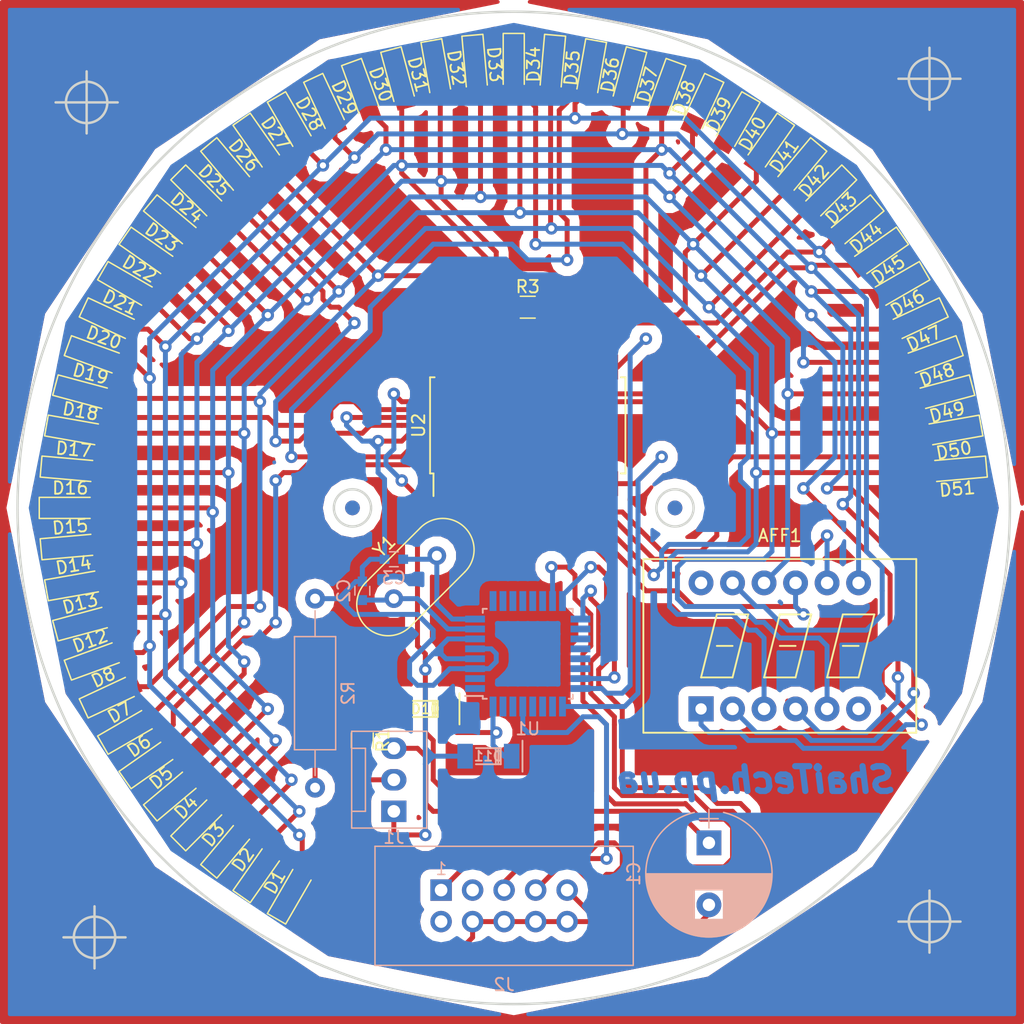
<source format=kicad_pcb>
(kicad_pcb (version 4) (host pcbnew 4.0.7-e1-6374~58~ubuntu16.04.1)
  (title_block (title "TachMetr V2.0") (date 2017-07-22) (company ShaiTech) (comment 2 "Стадник Володимир Сергійович"))
  (layers (0 F.Cu signal) (31 B.Cu signal) (34 B.Paste user) (35 F.Paste user) (36 B.SilkS user) (37 F.SilkS user) (38 B.Mask user) (39 F.Mask user) (44 Edge.Cuts user))
  (net 0 "")
  (net 1 /SEGE)
  (net 2 /SEGD)
  (net 3 /SEGDP)
  (net 4 /SEGC)
  (net 5 /SEGG)
  (net 6 "Net-(AFF1-Pad6)")
  (net 7 /DIG6)
  (net 8 /DIG7)
  (net 9 "Net-(AFF1-Pad12)")
  (net 10 /SEGA)
  (net 11 /SEGB)
  (net 12 /SEGF)
  (net 13 +5V)
  (net 14 GND)
  (net 15 "Net-(C2-Pad2)")
  (net 16 "Net-(C3-Pad2)")
  (net 17 /DIG0)
  (net 18 "Net-(D9-Pad2)")
  (net 19 IN_5V)
  (net 20 "Net-(D10-Pad2)")
  (net 21 /DIG1)
  (net 22 /DIG2)
  (net 23 /DIG3)
  (net 24 /DIG4)
  (net 25 /DIG5)
  (net 26 IN)
  (net 27 MOSI)
  (net 28 "Net-(J2-Pad2)")
  (net 29 "Net-(J2-Pad3)")
  (net 30 RESET)
  (net 31 SCK)
  (net 32 MISO)
  (net 33 "Net-(R3-Pad2)")
  (net 34 "Net-(U1-Pad1)")
  (net 35 "Net-(U1-Pad2)")
  (net 36 "Net-(U1-Pad9)")
  (net 37 "Net-(U1-Pad10)")
  (net 38 "Net-(U1-Pad11)")
  (net 39 "Net-(U1-Pad12)")
  (net 40 "Net-(U1-Pad13)")
  (net 41 "Net-(U1-Pad14)")
  (net 42 "Net-(U1-Pad18)")
  (net 43 "Net-(U1-Pad19)")
  (net 44 "Net-(U1-Pad20)")
  (net 45 "Net-(U1-Pad21)")
  (net 46 "Net-(U1-Pad22)")
  (net 47 /DATA)
  (net 48 /CLK)
  (net 49 /LOAD)
  (net 50 "Net-(U1-Pad26)")
  (net 51 "Net-(U1-Pad27)")
  (net 52 "Net-(U1-Pad28)")
  (net 53 "Net-(U1-Pad30)")
  (net 54 "Net-(U1-Pad31)")
  (net 55 "Net-(U2-Pad24)")
  (module Housings_QFP:TQFP-32_7x7mm_Pitch0.8mm (layer B.Cu) (at 216.535 110.49)
    (fp_text reference U1 (at 0 6.05) (layer B.SilkS) (effects (justify mirror)))
    (fp_text value ATMEGA8A-AU)
    (pad 1 smd rect (at -4.25 2.8) (size 1.6 0.55) (layers B.Cu B.Paste B.Mask) (net 34 "Net-(U1-Pad1)"))
    (pad 2 smd rect (at -4.25 2) (size 1.6 0.55) (layers B.Cu B.Paste B.Mask) (net 35 "Net-(U1-Pad2)"))
    (pad 3 smd rect (at -4.25 1.2) (size 1.6 0.55) (layers B.Cu B.Paste B.Mask) (net 14 GND))
    (pad 4 smd rect (at -4.25 0.4) (size 1.6 0.55) (layers B.Cu B.Paste B.Mask) (net 13 +5V))
    (pad 5 smd rect (at -4.25 -0.4) (size 1.6 0.55) (layers B.Cu B.Paste B.Mask) (net 14 GND))
    (pad 6 smd rect (at -4.25 -1.2) (size 1.6 0.55) (layers B.Cu B.Paste B.Mask) (net 13 +5V))
    (pad 7 smd rect (at -4.25 -2) (size 1.6 0.55) (layers B.Cu B.Paste B.Mask) (net 15 "Net-(C2-Pad2)"))
    (pad 8 smd rect (at -4.25 -2.8) (size 1.6 0.55) (layers B.Cu B.Paste B.Mask) (net 16 "Net-(C3-Pad2)"))
    (pad 9 smd rect (at -2.8 -4.25 270) (size 1.6 0.55) (layers B.Cu B.Paste B.Mask) (net 36 "Net-(U1-Pad9)"))
    (pad 10 smd rect (at -2 -4.25 270) (size 1.6 0.55) (layers B.Cu B.Paste B.Mask) (net 37 "Net-(U1-Pad10)"))
    (pad 11 smd rect (at -1.2 -4.25 270) (size 1.6 0.55) (layers B.Cu B.Paste B.Mask) (net 38 "Net-(U1-Pad11)"))
    (pad 12 smd rect (at -0.4 -4.25 270) (size 1.6 0.55) (layers B.Cu B.Paste B.Mask) (net 39 "Net-(U1-Pad12)"))
    (pad 13 smd rect (at 0.4 -4.25 270) (size 1.6 0.55) (layers B.Cu B.Paste B.Mask) (net 40 "Net-(U1-Pad13)"))
    (pad 14 smd rect (at 1.2 -4.25 270) (size 1.6 0.55) (layers B.Cu B.Paste B.Mask) (net 41 "Net-(U1-Pad14)"))
    (pad 15 smd rect (at 2 -4.25 270) (size 1.6 0.55) (layers B.Cu B.Paste B.Mask) (net 27 MOSI))
    (pad 16 smd rect (at 2.8 -4.25 270) (size 1.6 0.55) (layers B.Cu B.Paste B.Mask) (net 32 MISO))
    (pad 17 smd rect (at 4.25 -2.8) (size 1.6 0.55) (layers B.Cu B.Paste B.Mask) (net 31 SCK))
    (pad 18 smd rect (at 4.25 -2) (size 1.6 0.55) (layers B.Cu B.Paste B.Mask) (net 42 "Net-(U1-Pad18)"))
    (pad 19 smd rect (at 4.25 -1.2) (size 1.6 0.55) (layers B.Cu B.Paste B.Mask) (net 43 "Net-(U1-Pad19)"))
    (pad 20 smd rect (at 4.25 -0.4) (size 1.6 0.55) (layers B.Cu B.Paste B.Mask) (net 44 "Net-(U1-Pad20)"))
    (pad 21 smd rect (at 4.25 0.4) (size 1.6 0.55) (layers B.Cu B.Paste B.Mask) (net 45 "Net-(U1-Pad21)"))
    (pad 22 smd rect (at 4.25 1.2) (size 1.6 0.55) (layers B.Cu B.Paste B.Mask) (net 46 "Net-(U1-Pad22)"))
    (pad 23 smd rect (at 4.25 2) (size 1.6 0.55) (layers B.Cu B.Paste B.Mask) (net 47 /DATA))
    (pad 24 smd rect (at 4.25 2.8) (size 1.6 0.55) (layers B.Cu B.Paste B.Mask) (net 48 /CLK))
    (pad 25 smd rect (at 2.8 4.25 270) (size 1.6 0.55) (layers B.Cu B.Paste B.Mask) (net 49 /LOAD))
    (pad 26 smd rect (at 2 4.25 270) (size 1.6 0.55) (layers B.Cu B.Paste B.Mask) (net 50 "Net-(U1-Pad26)"))
    (pad 27 smd rect (at 1.2 4.25 270) (size 1.6 0.55) (layers B.Cu B.Paste B.Mask) (net 51 "Net-(U1-Pad27)"))
    (pad 28 smd rect (at 0.4 4.25 270) (size 1.6 0.55) (layers B.Cu B.Paste B.Mask) (net 52 "Net-(U1-Pad28)"))
    (pad 29 smd rect (at -0.4 4.25 270) (size 1.6 0.55) (layers B.Cu B.Paste B.Mask) (net 30 RESET))
    (pad 30 smd rect (at -1.2 4.25 270) (size 1.6 0.55) (layers B.Cu B.Paste B.Mask) (net 53 "Net-(U1-Pad30)"))
    (pad 31 smd rect (at -2 4.25 270) (size 1.6 0.55) (layers B.Cu B.Paste B.Mask) (net 54 "Net-(U1-Pad31)"))
    (pad 32 smd rect (at -2.8 4.25 270) (size 1.6 0.55) (layers B.Cu B.Paste B.Mask) (net 19 IN_5V))
  )
  (module Capacitors_THT:CP_Radial_D10.0mm_P5.00mm (layer B.Cu) (at 231.14 125.73 270)
    (fp_text reference C1 (at 2.5 6.06 270) (layer B.SilkS) (effects (justify mirror)))
    (fp_text value 1000uF)
    (pad 1 thru_hole rect (at 0 0 270) (size 2 2) (drill 1) (layers *.Cu *.Mask) (net 13 +5V))
    (pad 2 thru_hole circle (at 5 0 270) (size 2 2) (drill 1) (layers *.Cu *.Mask) (net 14 GND))
  )
  (module Capacitors_SMD:C_0603 (layer B.Cu) (at 203.2 105.41 270)
    (fp_text reference C2 (at 0 1.5 270) (layer B.SilkS) (effects (justify mirror)))
    (fp_text value 22pF)
    (pad 1 smd rect (at -0.75 0 270) (size 0.8 0.75) (layers B.Cu B.Paste B.Mask) (net 14 GND))
    (pad 2 smd rect (at 0.75 0 270) (size 0.8 0.75) (layers B.Cu B.Paste B.Mask) (net 15 "Net-(C2-Pad2)"))
  )
  (module Capacitors_SMD:C_0603 (layer B.Cu) (at 205.74 102.87)
    (fp_text reference C3 (at 0 1.5) (layer B.SilkS) (effects (justify mirror)))
    (fp_text value 22pF)
    (pad 1 smd rect (at -0.75 0) (size 0.8 0.75) (layers B.Cu B.Paste B.Mask) (net 14 GND))
    (pad 2 smd rect (at 0.75 0) (size 0.8 0.75) (layers B.Cu B.Paste B.Mask) (net 16 "Net-(C3-Pad2)"))
  )
  (module LEDs:LED_1206 (layer F.Cu) (at 197.53 129.69 60)
    (fp_text reference D1 (at 0 -1.6 60) (layer F.SilkS))
    (fp_text value LED)
    (pad 2 smd rect (at 1.65 0 240) (size 1.5 1.5) (layers F.Cu F.Paste F.Mask) (net 10 /SEGA))
    (pad 1 smd rect (at -1.65 0 240) (size 1.5 1.5) (layers F.Cu F.Paste F.Mask) (net 17 /DIG0))
  )
  (module LEDs:LED_1206 (layer F.Cu) (at 194.9 128.015 55)
    (fp_text reference D2 (at 0 -1.6 55) (layer F.SilkS))
    (fp_text value LED)
    (pad 2 smd rect (at 1.65 0 235) (size 1.5 1.5) (layers F.Cu F.Paste F.Mask) (net 11 /SEGB))
    (pad 1 smd rect (at -1.65 0 235) (size 1.5 1.5) (layers F.Cu F.Paste F.Mask) (net 17 /DIG0))
  )
  (module LEDs:LED_1206 (layer F.Cu) (at 192.425 126.116 50)
    (fp_text reference D3 (at 0 -1.6 50) (layer F.SilkS))
    (fp_text value LED)
    (pad 2 smd rect (at 1.65 0 230) (size 1.5 1.5) (layers F.Cu F.Paste F.Mask) (net 4 /SEGC))
    (pad 1 smd rect (at -1.65 0 230) (size 1.5 1.5) (layers F.Cu F.Paste F.Mask) (net 17 /DIG0))
  )
  (module LEDs:LED_1206 (layer F.Cu) (at 190.126 124.009 45)
    (fp_text reference D4 (at 0 -1.6 45) (layer F.SilkS))
    (fp_text value LED)
    (pad 2 smd rect (at 1.65 0 225) (size 1.5 1.5) (layers F.Cu F.Paste F.Mask) (net 2 /SEGD))
    (pad 1 smd rect (at -1.65 0 225) (size 1.5 1.5) (layers F.Cu F.Paste F.Mask) (net 17 /DIG0))
  )
  (module LEDs:LED_1206 (layer F.Cu) (at 188.019 121.71 40)
    (fp_text reference D5 (at 0 -1.6 40) (layer F.SilkS))
    (fp_text value LED)
    (pad 2 smd rect (at 1.65 0 220) (size 1.5 1.5) (layers F.Cu F.Paste F.Mask) (net 1 /SEGE))
    (pad 1 smd rect (at -1.65 0 220) (size 1.5 1.5) (layers F.Cu F.Paste F.Mask) (net 17 /DIG0))
  )
  (module LEDs:LED_1206 (layer F.Cu) (at 186.12 119.235 35)
    (fp_text reference D6 (at 0 -1.6 35) (layer F.SilkS))
    (fp_text value LED)
    (pad 2 smd rect (at 1.65 0 215) (size 1.5 1.5) (layers F.Cu F.Paste F.Mask) (net 12 /SEGF))
    (pad 1 smd rect (at -1.65 0 215) (size 1.5 1.5) (layers F.Cu F.Paste F.Mask) (net 17 /DIG0))
  )
  (module LEDs:LED_1206 (layer F.Cu) (at 184.445 116.605 30)
    (fp_text reference D7 (at 0 -1.6 30) (layer F.SilkS))
    (fp_text value LED)
    (pad 2 smd rect (at 1.65 0 210) (size 1.5 1.5) (layers F.Cu F.Paste F.Mask) (net 5 /SEGG))
    (pad 1 smd rect (at -1.65 0 210) (size 1.5 1.5) (layers F.Cu F.Paste F.Mask) (net 17 /DIG0))
  )
  (module LEDs:LED_1206 (layer F.Cu) (at 183.004 113.839 25)
    (fp_text reference D8 (at 0 -1.6 25) (layer F.SilkS))
    (fp_text value LED)
    (pad 2 smd rect (at 1.65 0 205) (size 1.5 1.5) (layers F.Cu F.Paste F.Mask) (net 3 /SEGDP))
    (pad 1 smd rect (at -1.65 0 205) (size 1.5 1.5) (layers F.Cu F.Paste F.Mask) (net 17 /DIG0))
  )
  (module imported:DO-214AC (layer F.Cu) (at 217.805 123.19 180)
    (fp_text reference D9)
    (fp_text value M7)
    (pad 1 smd rect (at -2.19964 0 180) (size 2.10058 1.80086) (layers F.Cu F.Paste F.Mask) (net 13 +5V))
    (pad 2 smd rect (at 2.19964 0 180) (size 2.10058 1.80086) (layers F.Cu F.Paste F.Mask) (net 18 "Net-(D9-Pad2)"))
  )
  (module imported:SOD-80 (layer F.Cu) (at 208.28 114.935 180)
    (fp_text reference D10 (at 0 0 180) (layer F.SilkS) (effects (font (size 0.8 0.8))))
    (fp_text value 4148)
    (pad 1 smd rect (at -1.875 0 180) (size 1.25 2) (layers F.Cu F.Paste F.Mask) (net 19 IN_5V))
    (pad 2 smd rect (at 1.875 0 180) (size 1.25 2) (layers F.Cu F.Paste F.Mask) (net 20 "Net-(D10-Pad2)"))
  )
  (module imported:SOD-80 (layer B.Cu) (at 213.36 118.745 180)
    (fp_text reference D11 (at 0 0 180) (layer B.SilkS) (effects (font (size 0.8 0.8)) (justify mirror)))
    (fp_text value C5V1)
    (pad 1 smd rect (at -1.875 0 180) (size 1.25 2) (layers B.Cu B.Paste B.Mask) (net 19 IN_5V))
    (pad 2 smd rect (at 1.875 0 180) (size 1.25 2) (layers B.Cu B.Paste B.Mask) (net 14 GND))
  )
  (module LEDs:LED_1206 (layer F.Cu) (at 181.811 110.957 20)
    (fp_text reference D12 (at 0 -1.6 20) (layer F.SilkS))
    (fp_text value LED)
    (pad 2 smd rect (at 1.65 0 200) (size 1.5 1.5) (layers F.Cu F.Paste F.Mask) (net 10 /SEGA))
    (pad 1 smd rect (at -1.65 0 200) (size 1.5 1.5) (layers F.Cu F.Paste F.Mask) (net 21 /DIG1))
  )
  (module LEDs:LED_1206 (layer F.Cu) (at 180.873 107.983 15)
    (fp_text reference D13 (at 0 -1.6 15) (layer F.SilkS))
    (fp_text value LED)
    (pad 2 smd rect (at 1.65 0 195) (size 1.5 1.5) (layers F.Cu F.Paste F.Mask) (net 11 /SEGB))
    (pad 1 smd rect (at -1.65 0 195) (size 1.5 1.5) (layers F.Cu F.Paste F.Mask) (net 21 /DIG1))
  )
  (module LEDs:LED_1206 (layer F.Cu) (at 180.198 104.938 10)
    (fp_text reference D14 (at 0 -1.6 10) (layer F.SilkS))
    (fp_text value LED)
    (pad 2 smd rect (at 1.65 0 190) (size 1.5 1.5) (layers F.Cu F.Paste F.Mask) (net 4 /SEGC))
    (pad 1 smd rect (at -1.65 0 190) (size 1.5 1.5) (layers F.Cu F.Paste F.Mask) (net 21 /DIG1))
  )
  (module LEDs:LED_1206 (layer F.Cu) (at 179.791 101.846 5)
    (fp_text reference D15 (at 0 -1.6 5) (layer F.SilkS))
    (fp_text value LED)
    (pad 2 smd rect (at 1.65 0 185) (size 1.5 1.5) (layers F.Cu F.Paste F.Mask) (net 2 /SEGD))
    (pad 1 smd rect (at -1.65 0 185) (size 1.5 1.5) (layers F.Cu F.Paste F.Mask) (net 21 /DIG1))
  )
  (module LEDs:LED_1206 (layer F.Cu) (at 179.655 98.73)
    (fp_text reference D16 (at 0 -1.6) (layer F.SilkS))
    (fp_text value LED)
    (pad 2 smd rect (at 1.65 0 180) (size 1.5 1.5) (layers F.Cu F.Paste F.Mask) (net 1 /SEGE))
    (pad 1 smd rect (at -1.65 0 180) (size 1.5 1.5) (layers F.Cu F.Paste F.Mask) (net 21 /DIG1))
  )
  (module LEDs:LED_1206 (layer F.Cu) (at 179.791 95.6142 355)
    (fp_text reference D17 (at 0 -1.6 355) (layer F.SilkS))
    (fp_text value LED)
    (pad 2 smd rect (at 1.65 0 175) (size 1.5 1.5) (layers F.Cu F.Paste F.Mask) (net 12 /SEGF))
    (pad 1 smd rect (at -1.65 0 175) (size 1.5 1.5) (layers F.Cu F.Paste F.Mask) (net 21 /DIG1))
  )
  (module LEDs:LED_1206 (layer F.Cu) (at 180.198 92.5221 350)
    (fp_text reference D18 (at 0 -1.6 350) (layer F.SilkS))
    (fp_text value LED)
    (pad 2 smd rect (at 1.65 0 170) (size 1.5 1.5) (layers F.Cu F.Paste F.Mask) (net 5 /SEGG))
    (pad 1 smd rect (at -1.65 0 170) (size 1.5 1.5) (layers F.Cu F.Paste F.Mask) (net 21 /DIG1))
  )
  (module LEDs:LED_1206 (layer F.Cu) (at 180.873 89.4772 345)
    (fp_text reference D19 (at 0 -1.6 345) (layer F.SilkS))
    (fp_text value LED)
    (pad 2 smd rect (at 1.65 0 165) (size 1.5 1.5) (layers F.Cu F.Paste F.Mask) (net 3 /SEGDP))
    (pad 1 smd rect (at -1.65 0 165) (size 1.5 1.5) (layers F.Cu F.Paste F.Mask) (net 21 /DIG1))
  )
  (module LEDs:LED_1206 (layer F.Cu) (at 181.811 86.5028 340)
    (fp_text reference D20 (at 0 -1.6 340) (layer F.SilkS))
    (fp_text value LED)
    (pad 2 smd rect (at 1.65 0 160) (size 1.5 1.5) (layers F.Cu F.Paste F.Mask) (net 10 /SEGA))
    (pad 1 smd rect (at -1.65 0 160) (size 1.5 1.5) (layers F.Cu F.Paste F.Mask) (net 22 /DIG2))
  )
  (module LEDs:LED_1206 (layer F.Cu) (at 183.004 83.6214 335)
    (fp_text reference D21 (at 0 -1.6 335) (layer F.SilkS))
    (fp_text value LED)
    (pad 2 smd rect (at 1.65 0 155) (size 1.5 1.5) (layers F.Cu F.Paste F.Mask) (net 11 /SEGB))
    (pad 1 smd rect (at -1.65 0 155) (size 1.5 1.5) (layers F.Cu F.Paste F.Mask) (net 22 /DIG2))
  )
  (module LEDs:LED_1206 (layer F.Cu) (at 184.445 80.855 330)
    (fp_text reference D22 (at 0 -1.6 330) (layer F.SilkS))
    (fp_text value LED)
    (pad 2 smd rect (at 1.65 0 150) (size 1.5 1.5) (layers F.Cu F.Paste F.Mask) (net 4 /SEGC))
    (pad 1 smd rect (at -1.65 0 150) (size 1.5 1.5) (layers F.Cu F.Paste F.Mask) (net 22 /DIG2))
  )
  (module LEDs:LED_1206 (layer F.Cu) (at 186.12 78.2246 325)
    (fp_text reference D23 (at 0 -1.6 325) (layer F.SilkS))
    (fp_text value LED)
    (pad 2 smd rect (at 1.65 0 145) (size 1.5 1.5) (layers F.Cu F.Paste F.Mask) (net 2 /SEGD))
    (pad 1 smd rect (at -1.65 0 145) (size 1.5 1.5) (layers F.Cu F.Paste F.Mask) (net 22 /DIG2))
  )
  (module LEDs:LED_1206 (layer F.Cu) (at 188.019 75.7503 320)
    (fp_text reference D24 (at 0 -1.6 320) (layer F.SilkS))
    (fp_text value LED)
    (pad 2 smd rect (at 1.65 0 140) (size 1.5 1.5) (layers F.Cu F.Paste F.Mask) (net 1 /SEGE))
    (pad 1 smd rect (at -1.65 0 140) (size 1.5 1.5) (layers F.Cu F.Paste F.Mask) (net 22 /DIG2))
  )
  (module LEDs:LED_1206 (layer F.Cu) (at 190.126 73.4509 315)
    (fp_text reference D25 (at 0 -1.6 315) (layer F.SilkS))
    (fp_text value LED)
    (pad 2 smd rect (at 1.65 0 135) (size 1.5 1.5) (layers F.Cu F.Paste F.Mask) (net 12 /SEGF))
    (pad 1 smd rect (at -1.65 0 135) (size 1.5 1.5) (layers F.Cu F.Paste F.Mask) (net 22 /DIG2))
  )
  (module LEDs:LED_1206 (layer F.Cu) (at 192.425 71.3439 310)
    (fp_text reference D26 (at 0 -1.6 310) (layer F.SilkS))
    (fp_text value LED)
    (pad 2 smd rect (at 1.65 0 130) (size 1.5 1.5) (layers F.Cu F.Paste F.Mask) (net 5 /SEGG))
    (pad 1 smd rect (at -1.65 0 130) (size 1.5 1.5) (layers F.Cu F.Paste F.Mask) (net 22 /DIG2))
  )
  (module LEDs:LED_1206 (layer F.Cu) (at 194.9 69.4453 305)
    (fp_text reference D27 (at 0 -1.6 305) (layer F.SilkS))
    (fp_text value LED)
    (pad 2 smd rect (at 1.65 0 125) (size 1.5 1.5) (layers F.Cu F.Paste F.Mask) (net 3 /SEGDP))
    (pad 1 smd rect (at -1.65 0 125) (size 1.5 1.5) (layers F.Cu F.Paste F.Mask) (net 22 /DIG2))
  )
  (module LEDs:LED_1206 (layer F.Cu) (at 197.53 67.7696 300)
    (fp_text reference D28 (at 0 -1.6 300) (layer F.SilkS))
    (fp_text value LED)
    (pad 2 smd rect (at 1.65 0 120) (size 1.5 1.5) (layers F.Cu F.Paste F.Mask) (net 10 /SEGA))
    (pad 1 smd rect (at -1.65 0 120) (size 1.5 1.5) (layers F.Cu F.Paste F.Mask) (net 23 /DIG3))
  )
  (module LEDs:LED_1206 (layer F.Cu) (at 200.296 66.3295 295)
    (fp_text reference D29 (at 0 -1.6 295) (layer F.SilkS))
    (fp_text value LED)
    (pad 2 smd rect (at 1.65 0 115) (size 1.5 1.5) (layers F.Cu F.Paste F.Mask) (net 11 /SEGB))
    (pad 1 smd rect (at -1.65 0 115) (size 1.5 1.5) (layers F.Cu F.Paste F.Mask) (net 23 /DIG3))
  )
  (module LEDs:LED_1206 (layer F.Cu) (at 203.178 65.136 290)
    (fp_text reference D30 (at 0 -1.6 290) (layer F.SilkS))
    (fp_text value LED)
    (pad 2 smd rect (at 1.65 0 110) (size 1.5 1.5) (layers F.Cu F.Paste F.Mask) (net 4 /SEGC))
    (pad 1 smd rect (at -1.65 0 110) (size 1.5 1.5) (layers F.Cu F.Paste F.Mask) (net 23 /DIG3))
  )
  (module LEDs:LED_1206 (layer F.Cu) (at 206.152 64.1982 285)
    (fp_text reference D31 (at 0 -1.6 285) (layer F.SilkS))
    (fp_text value LED)
    (pad 2 smd rect (at 1.65 0 105) (size 1.5 1.5) (layers F.Cu F.Paste F.Mask) (net 2 /SEGD))
    (pad 1 smd rect (at -1.65 0 105) (size 1.5 1.5) (layers F.Cu F.Paste F.Mask) (net 23 /DIG3))
  )
  (module LEDs:LED_1206 (layer F.Cu) (at 209.197 63.5231 280)
    (fp_text reference D32 (at 0 -1.6 280) (layer F.SilkS))
    (fp_text value LED)
    (pad 2 smd rect (at 1.65 0 100) (size 1.5 1.5) (layers F.Cu F.Paste F.Mask) (net 1 /SEGE))
    (pad 1 smd rect (at -1.65 0 100) (size 1.5 1.5) (layers F.Cu F.Paste F.Mask) (net 23 /DIG3))
  )
  (module LEDs:LED_1206 (layer F.Cu) (at 212.289 63.116 275)
    (fp_text reference D33 (at 0 -1.6 275) (layer F.SilkS))
    (fp_text value LED)
    (pad 2 smd rect (at 1.65 0 95) (size 1.5 1.5) (layers F.Cu F.Paste F.Mask) (net 12 /SEGF))
    (pad 1 smd rect (at -1.65 0 95) (size 1.5 1.5) (layers F.Cu F.Paste F.Mask) (net 23 /DIG3))
  )
  (module LEDs:LED_1206 (layer F.Cu) (at 215.405 62.98 270)
    (fp_text reference D34 (at 0 -1.6 270) (layer F.SilkS))
    (fp_text value LED)
    (pad 2 smd rect (at 1.65 0 90) (size 1.5 1.5) (layers F.Cu F.Paste F.Mask) (net 5 /SEGG))
    (pad 1 smd rect (at -1.65 0 90) (size 1.5 1.5) (layers F.Cu F.Paste F.Mask) (net 23 /DIG3))
  )
  (module LEDs:LED_1206 (layer F.Cu) (at 218.521 63.116 265)
    (fp_text reference D35 (at 0 -1.6 265) (layer F.SilkS))
    (fp_text value LED)
    (pad 2 smd rect (at 1.65 0 85) (size 1.5 1.5) (layers F.Cu F.Paste F.Mask) (net 3 /SEGDP))
    (pad 1 smd rect (at -1.65 0 85) (size 1.5 1.5) (layers F.Cu F.Paste F.Mask) (net 23 /DIG3))
  )
  (module LEDs:LED_1206 (layer F.Cu) (at 221.613 63.5231 260)
    (fp_text reference D36 (at 0 -1.6 260) (layer F.SilkS))
    (fp_text value LED)
    (pad 2 smd rect (at 1.65 0 80) (size 1.5 1.5) (layers F.Cu F.Paste F.Mask) (net 10 /SEGA))
    (pad 1 smd rect (at -1.65 0 80) (size 1.5 1.5) (layers F.Cu F.Paste F.Mask) (net 24 /DIG4))
  )
  (module LEDs:LED_1206 (layer F.Cu) (at 224.658 64.1982 255)
    (fp_text reference D37 (at 0 -1.6 255) (layer F.SilkS))
    (fp_text value LED)
    (pad 2 smd rect (at 1.65 0 75) (size 1.5 1.5) (layers F.Cu F.Paste F.Mask) (net 11 /SEGB))
    (pad 1 smd rect (at -1.65 0 75) (size 1.5 1.5) (layers F.Cu F.Paste F.Mask) (net 24 /DIG4))
  )
  (module LEDs:LED_1206 (layer F.Cu) (at 227.632 65.136 250)
    (fp_text reference D38 (at 0 -1.6 250) (layer F.SilkS))
    (fp_text value LED)
    (pad 2 smd rect (at 1.65 0 70) (size 1.5 1.5) (layers F.Cu F.Paste F.Mask) (net 4 /SEGC))
    (pad 1 smd rect (at -1.65 0 70) (size 1.5 1.5) (layers F.Cu F.Paste F.Mask) (net 24 /DIG4))
  )
  (module LEDs:LED_1206 (layer F.Cu) (at 230.514 66.3295 245)
    (fp_text reference D39 (at 0 -1.6 245) (layer F.SilkS))
    (fp_text value LED)
    (pad 2 smd rect (at 1.65 0 65) (size 1.5 1.5) (layers F.Cu F.Paste F.Mask) (net 2 /SEGD))
    (pad 1 smd rect (at -1.65 0 65) (size 1.5 1.5) (layers F.Cu F.Paste F.Mask) (net 24 /DIG4))
  )
  (module LEDs:LED_1206 (layer F.Cu) (at 233.28 67.7696 240)
    (fp_text reference D40 (at 0 -1.6 240) (layer F.SilkS))
    (fp_text value LED)
    (pad 2 smd rect (at 1.65 0 60) (size 1.5 1.5) (layers F.Cu F.Paste F.Mask) (net 1 /SEGE))
    (pad 1 smd rect (at -1.65 0 60) (size 1.5 1.5) (layers F.Cu F.Paste F.Mask) (net 24 /DIG4))
  )
  (module LEDs:LED_1206 (layer F.Cu) (at 235.91 69.4453 235)
    (fp_text reference D41 (at 0 -1.6 235) (layer F.SilkS))
    (fp_text value LED)
    (pad 2 smd rect (at 1.65 0 55) (size 1.5 1.5) (layers F.Cu F.Paste F.Mask) (net 12 /SEGF))
    (pad 1 smd rect (at -1.65 0 55) (size 1.5 1.5) (layers F.Cu F.Paste F.Mask) (net 24 /DIG4))
  )
  (module LEDs:LED_1206 (layer F.Cu) (at 238.385 71.3439 230)
    (fp_text reference D42 (at 0 -1.6 230) (layer F.SilkS))
    (fp_text value LED)
    (pad 2 smd rect (at 1.65 0 50) (size 1.5 1.5) (layers F.Cu F.Paste F.Mask) (net 5 /SEGG))
    (pad 1 smd rect (at -1.65 0 50) (size 1.5 1.5) (layers F.Cu F.Paste F.Mask) (net 24 /DIG4))
  )
  (module LEDs:LED_1206 (layer F.Cu) (at 240.684 73.4509 225)
    (fp_text reference D43 (at 0 -1.6 225) (layer F.SilkS))
    (fp_text value LED)
    (pad 2 smd rect (at 1.65 0 45) (size 1.5 1.5) (layers F.Cu F.Paste F.Mask) (net 3 /SEGDP))
    (pad 1 smd rect (at -1.65 0 45) (size 1.5 1.5) (layers F.Cu F.Paste F.Mask) (net 24 /DIG4))
  )
  (module LEDs:LED_1206 (layer F.Cu) (at 242.791 75.7503 220)
    (fp_text reference D44 (at 0 -1.6 220) (layer F.SilkS))
    (fp_text value LED)
    (pad 2 smd rect (at 1.65 0 40) (size 1.5 1.5) (layers F.Cu F.Paste F.Mask) (net 10 /SEGA))
    (pad 1 smd rect (at -1.65 0 40) (size 1.5 1.5) (layers F.Cu F.Paste F.Mask) (net 25 /DIG5))
  )
  (module LEDs:LED_1206 (layer F.Cu) (at 244.69 78.2246 215)
    (fp_text reference D45 (at 0 -1.6 215) (layer F.SilkS))
    (fp_text value LED)
    (pad 2 smd rect (at 1.65 0 35) (size 1.5 1.5) (layers F.Cu F.Paste F.Mask) (net 11 /SEGB))
    (pad 1 smd rect (at -1.65 0 35) (size 1.5 1.5) (layers F.Cu F.Paste F.Mask) (net 25 /DIG5))
  )
  (module LEDs:LED_1206 (layer F.Cu) (at 246.365 80.855 210)
    (fp_text reference D46 (at 0 -1.6 210) (layer F.SilkS))
    (fp_text value LED)
    (pad 2 smd rect (at 1.65 0 30) (size 1.5 1.5) (layers F.Cu F.Paste F.Mask) (net 4 /SEGC))
    (pad 1 smd rect (at -1.65 0 30) (size 1.5 1.5) (layers F.Cu F.Paste F.Mask) (net 25 /DIG5))
  )
  (module LEDs:LED_1206 (layer F.Cu) (at 247.806 83.6214 205)
    (fp_text reference D47 (at 0 -1.6 205) (layer F.SilkS))
    (fp_text value LED)
    (pad 2 smd rect (at 1.65 0 25) (size 1.5 1.5) (layers F.Cu F.Paste F.Mask) (net 2 /SEGD))
    (pad 1 smd rect (at -1.65 0 25) (size 1.5 1.5) (layers F.Cu F.Paste F.Mask) (net 25 /DIG5))
  )
  (module LEDs:LED_1206 (layer F.Cu) (at 248.999 86.5028 200)
    (fp_text reference D48 (at 0 -1.6 200) (layer F.SilkS))
    (fp_text value LED)
    (pad 2 smd rect (at 1.65 0 20) (size 1.5 1.5) (layers F.Cu F.Paste F.Mask) (net 1 /SEGE))
    (pad 1 smd rect (at -1.65 0 20) (size 1.5 1.5) (layers F.Cu F.Paste F.Mask) (net 25 /DIG5))
  )
  (module LEDs:LED_1206 (layer F.Cu) (at 249.937 89.4772 195)
    (fp_text reference D49 (at 0 -1.6 195) (layer F.SilkS))
    (fp_text value LED)
    (pad 2 smd rect (at 1.65 0 15) (size 1.5 1.5) (layers F.Cu F.Paste F.Mask) (net 12 /SEGF))
    (pad 1 smd rect (at -1.65 0 15) (size 1.5 1.5) (layers F.Cu F.Paste F.Mask) (net 25 /DIG5))
  )
  (module LEDs:LED_1206 (layer F.Cu) (at 250.612 92.5221 190)
    (fp_text reference D50 (at 0 -1.6 190) (layer F.SilkS))
    (fp_text value LED)
    (pad 2 smd rect (at 1.65 0 10) (size 1.5 1.5) (layers F.Cu F.Paste F.Mask) (net 5 /SEGG))
    (pad 1 smd rect (at -1.65 0 10) (size 1.5 1.5) (layers F.Cu F.Paste F.Mask) (net 25 /DIG5))
  )
  (module LEDs:LED_1206 (layer F.Cu) (at 251.019 95.6142 185)
    (fp_text reference D51 (at 0 -1.6 185) (layer F.SilkS))
    (fp_text value LED)
    (pad 2 smd rect (at 1.65 0 5) (size 1.5 1.5) (layers F.Cu F.Paste F.Mask) (net 3 /SEGDP))
    (pad 1 smd rect (at -1.65 0 5) (size 1.5 1.5) (layers F.Cu F.Paste F.Mask) (net 25 /DIG5))
  )
  (module Connectors:Fan_Pin_Header_Straight_1x03 (layer B.Cu) (at 205.74 123.19)
    (fp_text reference J1 (at 0 2.1) (layer B.SilkS) (effects (justify mirror)))
    (fp_text value CONN_01X03)
    (pad 1 thru_hole rect (at 0 0) (size 2.03 1.73) (drill 1.02) (layers *.Cu *.Mask) (net 14 GND))
    (pad 2 thru_hole oval (at 0 -2.54) (size 2.03 1.73) (drill 1.02) (layers *.Cu *.Mask) (net 26 IN))
    (pad 3 thru_hole oval (at 0 -5.08) (size 2.03 1.73) (drill 1.02) (layers *.Cu *.Mask) (net 18 "Net-(D9-Pad2)"))
  )
  (module Connectors:IDC_Header_Straight_10pins (layer B.Cu) (at 209.55 129.54)
    (fp_text reference J2 (at 5.08 7.62) (layer B.SilkS) (effects (justify mirror)))
    (fp_text value USBASP)
    (fp_text user 1 (at 0.02 -1.72) (layer B.SilkS) (effects (font (thickness 0.12)) (justify mirror)))
    (pad 1 thru_hole rect (at 0 0) (size 1.7272 1.7272) (drill 1.016) (layers *.Cu *.Mask) (net 27 MOSI))
    (pad 2 thru_hole oval (at 0 2.54) (size 1.7272 1.7272) (drill 1.016) (layers *.Cu *.Mask) (net 28 "Net-(J2-Pad2)"))
    (pad 3 thru_hole oval (at 2.54 0) (size 1.7272 1.7272) (drill 1.016) (layers *.Cu *.Mask) (net 29 "Net-(J2-Pad3)"))
    (pad 4 thru_hole oval (at 2.54 2.54) (size 1.7272 1.7272) (drill 1.016) (layers *.Cu *.Mask) (net 14 GND))
    (pad 5 thru_hole oval (at 5.08 0) (size 1.7272 1.7272) (drill 1.016) (layers *.Cu *.Mask) (net 30 RESET))
    (pad 6 thru_hole oval (at 5.08 2.54) (size 1.7272 1.7272) (drill 1.016) (layers *.Cu *.Mask) (net 14 GND))
    (pad 7 thru_hole oval (at 7.62 0) (size 1.7272 1.7272) (drill 1.016) (layers *.Cu *.Mask) (net 31 SCK))
    (pad 8 thru_hole oval (at 7.62 2.54) (size 1.7272 1.7272) (drill 1.016) (layers *.Cu *.Mask) (net 14 GND))
    (pad 9 thru_hole oval (at 10.16 0) (size 1.7272 1.7272) (drill 1.016) (layers *.Cu *.Mask) (net 32 MISO))
    (pad 10 thru_hole oval (at 10.16 2.54) (size 1.7272 1.7272) (drill 1.016) (layers *.Cu *.Mask) (net 14 GND))
  )
  (module Resistors_SMD:R_0805 (layer F.Cu) (at 203.2 117.475 270)
    (fp_text reference R1 (at 0 -1.65 270) (layer F.SilkS))
    (fp_text value 5K1)
    (pad 1 smd rect (at -0.95 0 270) (size 0.7 1.3) (layers F.Cu F.Paste F.Mask) (net 20 "Net-(D10-Pad2)"))
    (pad 2 smd rect (at 0.95 0 270) (size 0.7 1.3) (layers F.Cu F.Paste F.Mask) (net 26 IN))
  )
  (module Resistors_SMD:R_0805 (layer F.Cu) (at 216.535 82.55)
    (fp_text reference R3 (at 0 -1.65) (layer F.SilkS))
    (fp_text value 10K)
    (pad 1 smd rect (at -0.95 0) (size 0.7 1.3) (layers F.Cu F.Paste F.Mask) (net 13 +5V))
    (pad 2 smd rect (at 0.95 0) (size 0.7 1.3) (layers F.Cu F.Paste F.Mask) (net 33 "Net-(R3-Pad2)"))
  )
  (module Housings_SOIC:SOIC-24W_7.5x15.4mm_Pitch1.27mm (layer F.Cu) (at 216.535 92.075 90)
    (fp_text reference U2 (at 0 -8.8 90) (layer F.SilkS))
    (fp_text value MAX7219)
    (pad 1 smd rect (at -4.7 -6.985 90) (size 2 0.6) (layers F.Cu F.Paste F.Mask) (net 47 /DATA))
    (pad 2 smd rect (at -4.7 -5.715 90) (size 2 0.6) (layers F.Cu F.Paste F.Mask) (net 17 /DIG0))
    (pad 3 smd rect (at -4.7 -4.445 90) (size 2 0.6) (layers F.Cu F.Paste F.Mask) (net 24 /DIG4))
    (pad 4 smd rect (at -4.7 -3.175 90) (size 2 0.6) (layers F.Cu F.Paste F.Mask) (net 14 GND))
    (pad 5 smd rect (at -4.7 -1.905 90) (size 2 0.6) (layers F.Cu F.Paste F.Mask) (net 7 /DIG6))
    (pad 6 smd rect (at -4.7 -0.635 90) (size 2 0.6) (layers F.Cu F.Paste F.Mask) (net 22 /DIG2))
    (pad 7 smd rect (at -4.7 0.635 90) (size 2 0.6) (layers F.Cu F.Paste F.Mask) (net 23 /DIG3))
    (pad 8 smd rect (at -4.7 1.905 90) (size 2 0.6) (layers F.Cu F.Paste F.Mask) (net 8 /DIG7))
    (pad 9 smd rect (at -4.7 3.175 90) (size 2 0.6) (layers F.Cu F.Paste F.Mask) (net 14 GND))
    (pad 10 smd rect (at -4.7 4.445 90) (size 2 0.6) (layers F.Cu F.Paste F.Mask) (net 25 /DIG5))
    (pad 11 smd rect (at -4.7 5.715 90) (size 2 0.6) (layers F.Cu F.Paste F.Mask) (net 21 /DIG1))
    (pad 12 smd rect (at -4.7 6.985 90) (size 2 0.6) (layers F.Cu F.Paste F.Mask) (net 49 /LOAD))
    (pad 13 smd rect (at 4.7 6.985 90) (size 2 0.6) (layers F.Cu F.Paste F.Mask) (net 48 /CLK))
    (pad 14 smd rect (at 4.7 5.715 90) (size 2 0.6) (layers F.Cu F.Paste F.Mask) (net 10 /SEGA))
    (pad 15 smd rect (at 4.7 4.445 90) (size 2 0.6) (layers F.Cu F.Paste F.Mask) (net 12 /SEGF))
    (pad 16 smd rect (at 4.7 3.175 90) (size 2 0.6) (layers F.Cu F.Paste F.Mask) (net 11 /SEGB))
    (pad 17 smd rect (at 4.7 1.905 90) (size 2 0.6) (layers F.Cu F.Paste F.Mask) (net 5 /SEGG))
    (pad 18 smd rect (at 4.7 0.635 90) (size 2 0.6) (layers F.Cu F.Paste F.Mask) (net 33 "Net-(R3-Pad2)"))
    (pad 19 smd rect (at 4.7 -0.635 90) (size 2 0.6) (layers F.Cu F.Paste F.Mask) (net 13 +5V))
    (pad 20 smd rect (at 4.7 -1.905 90) (size 2 0.6) (layers F.Cu F.Paste F.Mask) (net 4 /SEGC))
    (pad 21 smd rect (at 4.7 -3.175 90) (size 2 0.6) (layers F.Cu F.Paste F.Mask) (net 1 /SEGE))
    (pad 22 smd rect (at 4.7 -4.445 90) (size 2 0.6) (layers F.Cu F.Paste F.Mask) (net 3 /SEGDP))
    (pad 23 smd rect (at 4.7 -5.715 90) (size 2 0.6) (layers F.Cu F.Paste F.Mask) (net 2 /SEGD))
    (pad 24 smd rect (at 4.7 -6.985 90) (size 2 0.6) (layers F.Cu F.Paste F.Mask) (net 55 "Net-(U2-Pad24)"))
  )
  (module Crystals:Crystal_HC18-U_Vertical (layer F.Cu) (at 205.74 106.045 45)
    (fp_text reference Y1 (at 2.45 -3.525 45) (layer F.SilkS))
    (fp_text value 12MHz)
    (pad 1 thru_hole circle (at 0 0 45) (size 1.5 1.5) (drill 0.8) (layers *.Cu *.Mask) (net 15 "Net-(C2-Pad2)"))
    (pad 2 thru_hole circle (at 4.9 0 45) (size 1.5 1.5) (drill 0.8) (layers *.Cu *.Mask) (net 16 "Net-(C3-Pad2)"))
  )
  (module my:Cx56-12 (layer F.Cu) (at 236.855 109.855)
    (fp_text reference AFF1 (at 0 -8.89) (layer F.SilkS))
    (fp_text value CC56-12)
    (pad 1 thru_hole rect (at -6.35 5.08) (size 2.032 2.032) (drill 0.9144) (layers *.Cu *.Mask) (net 1 /SEGE))
    (pad 2 thru_hole circle (at -3.81 5.08) (size 2 2) (drill 1) (layers *.Cu *.Mask) (net 2 /SEGD))
    (pad 3 thru_hole circle (at -1.27 5.08) (size 2 2) (drill 1) (layers *.Cu *.Mask) (net 3 /SEGDP))
    (pad 4 thru_hole circle (at 1.27 5.08) (size 2 2) (drill 1) (layers *.Cu *.Mask) (net 4 /SEGC))
    (pad 5 thru_hole circle (at 3.81 5.08) (size 2 2) (drill 1) (layers *.Cu *.Mask) (net 5 /SEGG))
    (pad 6 thru_hole circle (at 6.35 5.08) (size 2 2) (drill 1) (layers *.Cu *.Mask) (net 6 "Net-(AFF1-Pad6)"))
    (pad 9 thru_hole circle (at 1.27 -5.08) (size 2 2) (drill 1) (layers *.Cu *.Mask) (net 7 /DIG6))
    (pad 8 thru_hole circle (at 3.81 -5.08) (size 2 2) (drill 1) (layers *.Cu *.Mask) (net 8 /DIG7))
    (pad 12 thru_hole circle (at -6.35 -5.08) (size 2 2) (drill 1) (layers *.Cu *.Mask) (net 9 "Net-(AFF1-Pad12)"))
    (pad 11 thru_hole circle (at -3.81 -5.08) (size 2 2) (drill 1) (layers *.Cu *.Mask) (net 10 /SEGA))
    (pad 7 thru_hole circle (at 6.35 -5.08) (size 2 2) (drill 1) (layers *.Cu *.Mask) (net 11 /SEGB))
    (pad 10 thru_hole circle (at -1.27 -5.08) (size 2 2) (drill 1) (layers *.Cu *.Mask) (net 12 /SEGF))
  )
  (module Resistors_THT:R_Axial_DIN0309_L9.0mm_D3.2mm_P15.24mm_Horizontal (layer B.Cu) (at 199.39 121.285 90)
    (fp_text reference R2 (at 7.62 2.66 90) (layer B.SilkS) (effects (justify mirror)))
    (fp_text value 2K)
    (pad 1 thru_hole circle (at 0 0 90) (size 1.6 1.6) (drill 0.8) (layers *.Cu *.Mask) (net 20 "Net-(D10-Pad2)"))
    (pad 2 thru_hole oval (at 15.24 0 90) (size 1.6 1.6) (drill 0.8) (layers *.Cu *.Mask) (net 14 GND))
  )
  (target plus (at 181.61 133.35) (size 5) (width 0.2) (layer Edge.Cuts))
  (target plus (at 180.975 66.04) (size 5) (width 0.2) (layer Edge.Cuts))
  (target plus (at 248.92 64.135) (size 5) (width 0.2) (layer Edge.Cuts))
  (target plus (at 248.92 132.08) (size 5) (width 0.2) (layer Edge.Cuts))
  (gr_text ShaiTech.pp.ua (at 234.95 120.65) (layer B.Cu) (effects (font (size 2 2) (thickness 0.5) italic) (justify mirror)))
  (gr_circle (center 228.405 98.73) (end 229.905 98.73) (layer Edge.Cuts) (width 0.2))
  (gr_circle (center 202.405 98.73) (end 203.905 98.73) (layer Edge.Cuts) (width 0.2))
  (gr_circle (center 215.405 98.73) (end 255.405 98.73) (layer Edge.Cuts) (width 0.2))
  (segment (start 239.0775 85.4075) (end 239.7125 85.4075) (width 0.4) (layer B.Cu) (net 1))
  (segment (start 239.7125 85.4075) (end 240.03 85.725) (width 0.4) (layer B.Cu) (net 1))
  (segment (start 238.76 85.725) (end 239.0775 85.4075) (width 0.4) (layer B.Cu) (net 1))
  (segment (start 239.0775 85.4075) (end 239.395 85.09) (width 0.4) (layer B.Cu) (net 1))
  (segment (start 238.76 85.09) (end 239.395 85.09) (width 0.4) (layer B.Cu) (net 1))
  (segment (start 213.36 87.375) (end 213.36 85.725) (width 0.4) (layer F.Cu) (net 1))
  (segment (start 209.55 73.66) (end 209.55 72.39) (width 0.4) (layer F.Cu) (net 1))
  (segment (start 213.995 78.105) (end 209.55 73.66) (width 0.4) (layer F.Cu) (net 1))
  (segment (start 213.995 85.09) (end 213.995 78.105) (width 0.4) (layer F.Cu) (net 1))
  (segment (start 213.36 85.725) (end 213.995 85.09) (width 0.4) (layer F.Cu) (net 1))
  (segment (start 238.76 86.995) (end 238.76 85.725) (width 0.4) (layer B.Cu) (net 1))
  (segment (start 238.76 85.725) (end 238.76 85.09) (width 0.4) (layer B.Cu) (net 1))
  (segment (start 238.76 85.09) (end 238.76 84.455) (width 0.4) (layer B.Cu) (net 1))
  (segment (start 238.76 84.455) (end 239.395 85.09) (width 0.4) (layer B.Cu) (net 1))
  (segment (start 239.395 85.09) (end 240.03 85.725) (width 0.4) (layer B.Cu) (net 1))
  (segment (start 240.03 85.725) (end 241.3 86.995) (width 0.4) (layer B.Cu) (net 1))
  (segment (start 241.3 86.995) (end 241.3 94.615) (width 0.4) (layer B.Cu) (net 1))
  (segment (start 241.3 94.615) (end 238.76 97.155) (width 0.4) (layer B.Cu) (net 1))
  (via (at 238.76 97.155) (size 1) (drill 0.5) (layers F.Cu B.Cu) (net 1))
  (segment (start 238.76 97.155) (end 245.745 104.14) (width 0.4) (layer F.Cu) (net 1))
  (segment (start 245.745 104.14) (end 245.745 111.125) (width 0.4) (layer F.Cu) (net 1))
  (segment (start 245.745 111.125) (end 245.11 111.76) (width 0.4) (layer F.Cu) (net 1))
  (segment (start 245.11 111.76) (end 245.11 113.03) (width 0.4) (layer F.Cu) (net 1))
  (segment (start 245.11 113.03) (end 248.285 116.205) (width 0.4) (layer F.Cu) (net 1))
  (via (at 248.285 116.205) (size 1) (drill 0.5) (layers F.Cu B.Cu) (net 1))
  (segment (start 248.285 116.205) (end 247.015 116.205) (width 0.4) (layer B.Cu) (net 1))
  (segment (start 247.015 116.205) (end 245.11 118.11) (width 0.4) (layer B.Cu) (net 1))
  (segment (start 245.11 118.11) (end 238.76 118.11) (width 0.4) (layer B.Cu) (net 1))
  (segment (start 238.76 118.11) (end 238.125 117.475) (width 0.4) (layer B.Cu) (net 1))
  (segment (start 238.125 117.475) (end 234.315 117.475) (width 0.4) (layer B.Cu) (net 1))
  (segment (start 234.315 117.475) (end 233.68 116.84) (width 0.4) (layer B.Cu) (net 1))
  (segment (start 233.68 116.84) (end 231.14 116.84) (width 0.4) (layer B.Cu) (net 1))
  (segment (start 231.14 116.84) (end 230.505 116.205) (width 0.4) (layer B.Cu) (net 1))
  (segment (start 230.505 116.205) (end 230.505 114.935) (width 0.4) (layer B.Cu) (net 1))
  (segment (start 227.965 73.66) (end 238.76 84.455) (width 0.4) (layer B.Cu) (net 1))
  (via (at 238.76 86.995) (size 1) (drill 0.5) (layers F.Cu B.Cu) (net 1))
  (segment (start 238.76 86.995) (end 247.376374 86.995) (width 0.4) (layer F.Cu) (net 1))
  (segment (start 247.376374 86.995) (end 247.448507 87.067133) (width 0.4) (layer F.Cu) (net 1))
  (segment (start 209.55 72.39) (end 226.695 72.39) (width 0.4) (layer B.Cu) (net 1))
  (segment (start 226.695 72.39) (end 227.965 73.66) (width 0.4) (layer B.Cu) (net 1))
  (via (at 227.965 73.66) (size 1) (drill 0.5) (layers F.Cu B.Cu) (net 1))
  (segment (start 227.965 73.66) (end 232.426458 69.198542) (width 0.4) (layer F.Cu) (net 1))
  (segment (start 232.426458 69.198542) (end 232.455 69.198542) (width 0.4) (layer F.Cu) (net 1))
  (segment (start 195.58 83.185) (end 206.375 72.39) (width 0.4) (layer B.Cu) (net 1))
  (segment (start 206.375 72.39) (end 209.55 72.39) (width 0.4) (layer B.Cu) (net 1))
  (via (at 209.55 72.39) (size 1) (drill 0.5) (layers F.Cu B.Cu) (net 1))
  (segment (start 209.55 72.39) (end 209.483519 72.323519) (width 0.4) (layer F.Cu) (net 1))
  (segment (start 209.483519 72.323519) (end 209.483519 65.148033) (width 0.4) (layer F.Cu) (net 1))
  (segment (start 191.135 99.06) (end 191.135 87.63) (width 0.4) (layer B.Cu) (net 1))
  (segment (start 191.135 87.63) (end 195.58 83.185) (width 0.4) (layer B.Cu) (net 1))
  (via (at 195.58 83.185) (size 1) (drill 0.5) (layers F.Cu B.Cu) (net 1))
  (segment (start 195.58 83.185) (end 189.282973 76.887973) (width 0.4) (layer F.Cu) (net 1))
  (segment (start 189.282973 76.887973) (end 189.282973 76.8109) (width 0.4) (layer F.Cu) (net 1))
  (segment (start 189.282973 120.6494) (end 189.8656 120.6494) (width 0.4) (layer F.Cu) (net 1))
  (segment (start 189.8656 120.6494) (end 195.58 114.935) (width 0.4) (layer F.Cu) (net 1))
  (via (at 195.58 114.935) (size 1) (drill 0.5) (layers F.Cu B.Cu) (net 1))
  (segment (start 195.58 114.935) (end 191.135 110.49) (width 0.4) (layer B.Cu) (net 1))
  (segment (start 191.135 110.49) (end 191.135 99.06) (width 0.4) (layer B.Cu) (net 1))
  (via (at 191.135 99.06) (size 1) (drill 0.5) (layers F.Cu B.Cu) (net 1))
  (segment (start 191.135 99.06) (end 190.805 98.73) (width 0.4) (layer F.Cu) (net 1))
  (segment (start 190.805 98.73) (end 181.305 98.73) (width 0.4) (layer F.Cu) (net 1))
  (segment (start 210.82 87.375) (end 210.82 86.36) (width 0.4) (layer F.Cu) (net 2))
  (segment (start 206.375 71.755) (end 206.375 71.12) (width 0.4) (layer F.Cu) (net 2))
  (segment (start 213.36 78.74) (end 206.375 71.755) (width 0.4) (layer F.Cu) (net 2))
  (segment (start 213.36 84.455) (end 213.36 78.74) (width 0.4) (layer F.Cu) (net 2))
  (segment (start 212.09 85.725) (end 213.36 84.455) (width 0.4) (layer F.Cu) (net 2))
  (segment (start 211.455 85.725) (end 212.09 85.725) (width 0.4) (layer F.Cu) (net 2))
  (segment (start 210.82 86.36) (end 211.455 85.725) (width 0.4) (layer F.Cu) (net 2))
  (segment (start 233.045 114.935) (end 234.95 116.84) (width 0.4) (layer B.Cu) (net 2))
  (segment (start 241.935 85.725) (end 239.395 83.185) (width 0.4) (layer B.Cu) (net 2))
  (segment (start 241.935 95.885) (end 241.935 85.725) (width 0.4) (layer B.Cu) (net 2))
  (segment (start 240.665 97.155) (end 241.935 95.885) (width 0.4) (layer B.Cu) (net 2))
  (via (at 240.665 97.155) (size 1) (drill 0.5) (layers F.Cu B.Cu) (net 2))
  (segment (start 242.57 97.155) (end 240.665 97.155) (width 0.4) (layer F.Cu) (net 2))
  (segment (start 247.015 101.6) (end 242.57 97.155) (width 0.4) (layer F.Cu) (net 2))
  (segment (start 247.015 110.49) (end 247.015 101.6) (width 0.4) (layer F.Cu) (net 2))
  (segment (start 247.65 111.125) (end 247.015 110.49) (width 0.4) (layer F.Cu) (net 2))
  (segment (start 247.65 113.665) (end 247.65 111.125) (width 0.4) (layer F.Cu) (net 2))
  (via (at 247.65 113.665) (size 1) (drill 0.5) (layers F.Cu B.Cu) (net 2))
  (segment (start 247.65 114.3) (end 247.65 113.665) (width 0.4) (layer B.Cu) (net 2))
  (segment (start 244.475 117.475) (end 247.65 114.3) (width 0.4) (layer B.Cu) (net 2))
  (segment (start 239.395 117.475) (end 244.475 117.475) (width 0.4) (layer B.Cu) (net 2))
  (segment (start 238.76 116.84) (end 239.395 117.475) (width 0.4) (layer B.Cu) (net 2))
  (segment (start 234.95 116.84) (end 238.76 116.84) (width 0.4) (layer B.Cu) (net 2))
  (segment (start 227.965 71.755) (end 239.395 83.185) (width 0.4) (layer B.Cu) (net 2))
  (via (at 239.395 83.185) (size 1) (drill 0.5) (layers F.Cu B.Cu) (net 2))
  (segment (start 239.395 83.185) (end 240.52872 84.31872) (width 0.4) (layer F.Cu) (net 2))
  (segment (start 240.52872 84.31872) (end 246.310592 84.31872) (width 0.4) (layer F.Cu) (net 2))
  (segment (start 206.375 71.12) (end 227.33 71.12) (width 0.4) (layer B.Cu) (net 2))
  (segment (start 227.33 71.12) (end 227.965 71.755) (width 0.4) (layer B.Cu) (net 2))
  (via (at 227.965 71.755) (size 1) (drill 0.5) (layers F.Cu B.Cu) (net 2))
  (segment (start 227.965 71.755) (end 229.81668 69.90332) (width 0.4) (layer F.Cu) (net 2))
  (segment (start 229.81668 69.90332) (end 229.81668 67.824908) (width 0.4) (layer F.Cu) (net 2))
  (segment (start 192.405 84.455) (end 205.74 71.12) (width 0.4) (layer B.Cu) (net 2))
  (segment (start 205.74 71.12) (end 206.375 71.12) (width 0.4) (layer B.Cu) (net 2))
  (via (at 206.375 71.12) (size 1) (drill 0.5) (layers F.Cu B.Cu) (net 2))
  (segment (start 206.375 71.12) (end 206.375 65.996029) (width 0.4) (layer F.Cu) (net 2))
  (segment (start 206.375 65.996029) (end 206.579051 65.791978) (width 0.4) (layer F.Cu) (net 2))
  (segment (start 189.865 101.6) (end 189.865 86.995) (width 0.4) (layer B.Cu) (net 2))
  (segment (start 189.865 86.995) (end 192.405 84.455) (width 0.4) (layer B.Cu) (net 2))
  (via (at 192.405 84.455) (size 1) (drill 0.5) (layers F.Cu B.Cu) (net 2))
  (segment (start 192.405 84.455) (end 192.405 84.1044) (width 0.4) (layer F.Cu) (net 2))
  (segment (start 192.405 84.1044) (end 187.471601 79.171001) (width 0.4) (layer F.Cu) (net 2))
  (segment (start 191.292726 122.842274) (end 196.215 117.92) (width 0.4) (layer F.Cu) (net 2))
  (segment (start 196.215 117.92) (end 196.215 117.475) (width 0.4) (layer F.Cu) (net 2))
  (via (at 196.215 117.475) (size 1) (drill 0.5) (layers F.Cu B.Cu) (net 2))
  (segment (start 196.215 117.475) (end 189.865 111.125) (width 0.4) (layer B.Cu) (net 2))
  (segment (start 189.865 111.125) (end 189.865 101.6) (width 0.4) (layer B.Cu) (net 2))
  (via (at 189.865 101.6) (size 1) (drill 0.5) (layers F.Cu B.Cu) (net 2))
  (segment (start 189.865 101.6) (end 181.536914 101.6) (width 0.4) (layer F.Cu) (net 2))
  (segment (start 181.536914 101.6) (end 181.434721 101.702193) (width 0.4) (layer F.Cu) (net 2))
  (segment (start 233.68 107.95) (end 234.315 108.585) (width 0.4) (layer B.Cu) (net 3))
  (segment (start 234.95 108.585) (end 235.585 109.22) (width 0.4) (layer B.Cu) (net 3))
  (segment (start 234.315 108.585) (end 234.95 108.585) (width 0.4) (layer B.Cu) (net 3))
  (segment (start 212.09 87.375) (end 212.09 88.9) (width 0.4) (layer F.Cu) (net 3))
  (segment (start 212.09 80.01) (end 204.47 80.01) (width 0.4) (layer F.Cu) (net 3))
  (segment (start 212.725 80.645) (end 212.09 80.01) (width 0.4) (layer F.Cu) (net 3))
  (segment (start 212.725 83.82) (end 212.725 80.645) (width 0.4) (layer F.Cu) (net 3))
  (segment (start 211.455 85.09) (end 212.725 83.82) (width 0.4) (layer F.Cu) (net 3))
  (segment (start 210.82 85.09) (end 211.455 85.09) (width 0.4) (layer F.Cu) (net 3))
  (segment (start 209.55 85.09) (end 210.82 85.09) (width 0.4) (layer F.Cu) (net 3))
  (segment (start 208.28 86.36) (end 209.55 85.09) (width 0.4) (layer F.Cu) (net 3))
  (segment (start 208.28 88.9) (end 208.28 86.36) (width 0.4) (layer F.Cu) (net 3))
  (segment (start 208.915 89.535) (end 208.28 88.9) (width 0.4) (layer F.Cu) (net 3))
  (segment (start 211.455 89.535) (end 208.915 89.535) (width 0.4) (layer F.Cu) (net 3))
  (segment (start 212.09 88.9) (end 211.455 89.535) (width 0.4) (layer F.Cu) (net 3))
  (segment (start 234.95 95.885) (end 234.95 101.6) (width 0.4) (layer B.Cu) (net 3))
  (segment (start 235.585 109.22) (end 235.585 114.935) (width 0.4) (layer B.Cu) (net 3))
  (segment (start 233.045 107.315) (end 233.68 107.95) (width 0.4) (layer B.Cu) (net 3))
  (segment (start 228.6 107.315) (end 233.045 107.315) (width 0.4) (layer B.Cu) (net 3))
  (segment (start 227.965 106.68) (end 228.6 107.315) (width 0.4) (layer B.Cu) (net 3))
  (segment (start 227.965 102.87) (end 227.965 106.68) (width 0.4) (layer B.Cu) (net 3))
  (segment (start 228.565002 102.269998) (end 227.965 102.87) (width 0.4) (layer B.Cu) (net 3))
  (segment (start 234.280002 102.269998) (end 228.565002 102.269998) (width 0.4) (layer B.Cu) (net 3))
  (segment (start 234.95 101.6) (end 234.280002 102.269998) (width 0.4) (layer B.Cu) (net 3))
  (segment (start 231.14 82.55) (end 234.95 86.36) (width 0.4) (layer B.Cu) (net 3))
  (segment (start 234.95 86.36) (end 234.95 95.885) (width 0.4) (layer B.Cu) (net 3))
  (via (at 234.95 95.885) (size 1) (drill 0.5) (layers F.Cu B.Cu) (net 3))
  (segment (start 234.95 95.885) (end 249.248286 95.885) (width 0.4) (layer F.Cu) (net 3))
  (segment (start 249.248286 95.885) (end 249.375279 95.758007) (width 0.4) (layer F.Cu) (net 3))
  (segment (start 218.44 76.2) (end 224.79 76.2) (width 0.4) (layer B.Cu) (net 3))
  (segment (start 224.79 76.2) (end 231.14 82.55) (width 0.4) (layer B.Cu) (net 3))
  (via (at 231.14 82.55) (size 1) (drill 0.5) (layers F.Cu B.Cu) (net 3))
  (segment (start 231.14 82.55) (end 239.072374 74.617626) (width 0.4) (layer F.Cu) (net 3))
  (segment (start 239.072374 74.617626) (end 239.517274 74.617626) (width 0.4) (layer F.Cu) (net 3))
  (segment (start 204.47 80.01) (end 208.28 76.2) (width 0.4) (layer B.Cu) (net 3))
  (segment (start 208.28 76.2) (end 218.44 76.2) (width 0.4) (layer B.Cu) (net 3))
  (via (at 218.44 76.2) (size 1) (drill 0.5) (layers F.Cu B.Cu) (net 3))
  (segment (start 218.44 76.2) (end 218.377193 76.137193) (width 0.4) (layer F.Cu) (net 3))
  (segment (start 218.377193 76.137193) (end 218.377193 64.759721) (width 0.4) (layer F.Cu) (net 3))
  (segment (start 194.945 90.17) (end 194.945 89.535) (width 0.4) (layer B.Cu) (net 3))
  (segment (start 194.945 89.535) (end 204.47 80.01) (width 0.4) (layer B.Cu) (net 3))
  (via (at 204.47 80.01) (size 1) (drill 0.5) (layers F.Cu B.Cu) (net 3))
  (segment (start 204.47 80.01) (end 195.846401 71.386401) (width 0.4) (layer F.Cu) (net 3))
  (segment (start 195.846401 71.386401) (end 195.846401 70.796901) (width 0.4) (layer F.Cu) (net 3))
  (segment (start 184.499408 113.14168) (end 185.94332 113.14168) (width 0.4) (layer F.Cu) (net 3))
  (segment (start 185.94332 113.14168) (end 192.405 106.68) (width 0.4) (layer F.Cu) (net 3))
  (segment (start 192.405 106.68) (end 194.945 106.68) (width 0.4) (layer F.Cu) (net 3))
  (via (at 194.945 106.68) (size 1) (drill 0.5) (layers F.Cu B.Cu) (net 3))
  (segment (start 194.945 106.68) (end 194.945 90.17) (width 0.4) (layer B.Cu) (net 3))
  (via (at 194.945 90.17) (size 1) (drill 0.5) (layers F.Cu B.Cu) (net 3))
  (segment (start 194.945 90.17) (end 194.679251 89.904251) (width 0.4) (layer F.Cu) (net 3))
  (segment (start 194.679251 89.904251) (end 182.466778 89.904251) (width 0.4) (layer F.Cu) (net 3))
  (segment (start 214.63 87.375) (end 214.63 81.28) (width 0.4) (layer F.Cu) (net 4))
  (segment (start 226.06 71.12) (end 227.33 69.85) (width 0.4) (layer F.Cu) (net 4))
  (segment (start 226.06 81.915) (end 226.06 71.12) (width 0.4) (layer F.Cu) (net 4))
  (segment (start 225.390002 82.584998) (end 226.06 81.915) (width 0.4) (layer F.Cu) (net 4))
  (segment (start 221.580002 82.584998) (end 225.390002 82.584998) (width 0.4) (layer F.Cu) (net 4))
  (segment (start 220.345 83.82) (end 221.580002 82.584998) (width 0.4) (layer F.Cu) (net 4))
  (segment (start 220.345 84.455) (end 220.345 83.82) (width 0.4) (layer F.Cu) (net 4))
  (segment (start 219.71 85.09) (end 220.345 84.455) (width 0.4) (layer F.Cu) (net 4))
  (segment (start 219.075 85.09) (end 219.71 85.09) (width 0.4) (layer F.Cu) (net 4))
  (segment (start 218.44 84.455) (end 219.075 85.09) (width 0.4) (layer F.Cu) (net 4))
  (segment (start 218.44 81.28) (end 218.44 84.455) (width 0.4) (layer F.Cu) (net 4))
  (segment (start 217.805 80.645) (end 218.44 81.28) (width 0.4) (layer F.Cu) (net 4))
  (segment (start 215.265 80.645) (end 217.805 80.645) (width 0.4) (layer F.Cu) (net 4))
  (segment (start 214.63 81.28) (end 215.265 80.645) (width 0.4) (layer F.Cu) (net 4))
  (segment (start 238.125 114.935) (end 240.03 116.84) (width 0.4) (layer B.Cu) (net 4))
  (segment (start 242.57 84.455) (end 239.395 81.28) (width 0.4) (layer B.Cu) (net 4))
  (segment (start 242.57 97.79) (end 242.57 84.455) (width 0.4) (layer B.Cu) (net 4))
  (segment (start 241.935 98.425) (end 242.57 97.79) (width 0.4) (layer B.Cu) (net 4))
  (via (at 241.935 98.425) (size 1) (drill 0.5) (layers F.Cu B.Cu) (net 4))
  (segment (start 246.38 102.87) (end 241.935 98.425) (width 0.4) (layer F.Cu) (net 4))
  (segment (start 246.38 112.395) (end 246.38 102.87) (width 0.4) (layer F.Cu) (net 4))
  (via (at 246.38 112.395) (size 1) (drill 0.5) (layers F.Cu B.Cu) (net 4))
  (segment (start 246.38 113.03) (end 246.38 112.395) (width 0.4) (layer B.Cu) (net 4))
  (segment (start 246.38 114.3) (end 246.38 113.03) (width 0.4) (layer B.Cu) (net 4))
  (segment (start 243.84 116.84) (end 246.38 114.3) (width 0.4) (layer B.Cu) (net 4))
  (segment (start 240.03 116.84) (end 243.84 116.84) (width 0.4) (layer B.Cu) (net 4))
  (segment (start 227.33 69.85) (end 227.965 69.85) (width 0.4) (layer B.Cu) (net 4))
  (segment (start 227.965 69.85) (end 239.395 81.28) (width 0.4) (layer B.Cu) (net 4))
  (via (at 239.395 81.28) (size 1) (drill 0.5) (layers F.Cu B.Cu) (net 4))
  (segment (start 239.395 81.28) (end 244.536058 81.28) (width 0.4) (layer F.Cu) (net 4))
  (segment (start 244.536058 81.28) (end 244.936058 81.68) (width 0.4) (layer F.Cu) (net 4))
  (segment (start 205.105 69.85) (end 227.33 69.85) (width 0.4) (layer B.Cu) (net 4))
  (via (at 227.33 69.85) (size 1) (drill 0.5) (layers F.Cu B.Cu) (net 4))
  (segment (start 227.33 69.85) (end 227.33 66.948826) (width 0.4) (layer F.Cu) (net 4))
  (segment (start 227.33 66.948826) (end 227.067667 66.686493) (width 0.4) (layer F.Cu) (net 4))
  (segment (start 189.865 85.09) (end 205.105 69.85) (width 0.4) (layer B.Cu) (net 4))
  (via (at 205.105 69.85) (size 1) (drill 0.5) (layers F.Cu B.Cu) (net 4))
  (segment (start 205.105 69.85) (end 205.105 68.04916) (width 0.4) (layer F.Cu) (net 4))
  (segment (start 205.105 68.04916) (end 203.742333 66.686493) (width 0.4) (layer F.Cu) (net 4))
  (segment (start 188.595 104.775) (end 188.595 86.36) (width 0.4) (layer B.Cu) (net 4))
  (segment (start 188.595 86.36) (end 189.865 85.09) (width 0.4) (layer B.Cu) (net 4))
  (via (at 189.865 85.09) (size 1) (drill 0.5) (layers F.Cu B.Cu) (net 4))
  (segment (start 189.865 85.09) (end 189.283942 85.09) (width 0.4) (layer F.Cu) (net 4))
  (segment (start 189.283942 85.09) (end 185.873942 81.68) (width 0.4) (layer F.Cu) (net 4))
  (segment (start 193.4856 124.852027) (end 197.485 120.852627) (width 0.4) (layer F.Cu) (net 4))
  (segment (start 197.485 120.852627) (end 197.485 120.65) (width 0.4) (layer F.Cu) (net 4))
  (via (at 197.485 120.65) (size 1) (drill 0.5) (layers F.Cu B.Cu) (net 4))
  (segment (start 197.485 120.65) (end 188.595 111.76) (width 0.4) (layer B.Cu) (net 4))
  (segment (start 188.595 111.76) (end 188.595 104.775) (width 0.4) (layer B.Cu) (net 4))
  (via (at 188.595 104.775) (size 1) (drill 0.5) (layers F.Cu B.Cu) (net 4))
  (segment (start 188.595 104.775) (end 181.946452 104.775) (width 0.4) (layer F.Cu) (net 4))
  (segment (start 181.946452 104.775) (end 181.822933 104.651481) (width 0.4) (layer F.Cu) (net 4))
  (segment (start 238.76 115.57) (end 237.49 114.3) (width 0.4) (layer F.Cu) (net 4))
  (segment (start 235.585 107.95) (end 236.855 109.22) (width 0.4) (layer B.Cu) (net 5))
  (segment (start 236.855 109.22) (end 237.49 109.22) (width 0.4) (layer B.Cu) (net 5))
  (segment (start 240.03 109.22) (end 240.665 109.855) (width 0.4) (layer B.Cu) (net 5))
  (segment (start 237.49 109.22) (end 240.03 109.22) (width 0.4) (layer B.Cu) (net 5))
  (segment (start 234.315 107.315) (end 234.95 107.95) (width 0.4) (layer B.Cu) (net 5))
  (segment (start 234.95 107.95) (end 235.585 107.95) (width 0.4) (layer B.Cu) (net 5))
  (segment (start 220.345 90.17) (end 233.68 90.17) (width 0.4) (layer F.Cu) (net 5))
  (segment (start 218.44 88.265) (end 220.345 90.17) (width 0.4) (layer F.Cu) (net 5))
  (segment (start 233.68 90.17) (end 236.22 92.71) (width 0.4) (layer F.Cu) (net 5))
  (segment (start 218.44 87.375) (end 218.44 88.265) (width 0.4) (layer F.Cu) (net 5))
  (segment (start 236.22 92.71) (end 236.22 102.235) (width 0.4) (layer B.Cu) (net 5))
  (segment (start 236.22 102.235) (end 235.585 102.87) (width 0.4) (layer B.Cu) (net 5))
  (segment (start 235.585 102.87) (end 229.235 102.87) (width 0.4) (layer B.Cu) (net 5))
  (segment (start 229.235 102.87) (end 228.6 103.505) (width 0.4) (layer B.Cu) (net 5))
  (segment (start 228.6 103.505) (end 228.6 106.045) (width 0.4) (layer B.Cu) (net 5))
  (segment (start 228.6 106.045) (end 229.235 106.68) (width 0.4) (layer B.Cu) (net 5))
  (segment (start 229.235 106.68) (end 233.68 106.68) (width 0.4) (layer B.Cu) (net 5))
  (segment (start 233.68 106.68) (end 234.315 107.315) (width 0.4) (layer B.Cu) (net 5))
  (segment (start 240.665 109.855) (end 240.665 114.935) (width 0.4) (layer B.Cu) (net 5))
  (segment (start 230.505 80.01) (end 236.22 85.725) (width 0.4) (layer B.Cu) (net 5))
  (segment (start 236.22 85.725) (end 236.22 92.71) (width 0.4) (layer B.Cu) (net 5))
  (via (at 236.22 92.71) (size 1) (drill 0.5) (layers F.Cu B.Cu) (net 5))
  (segment (start 236.22 92.71) (end 248.888448 92.71) (width 0.4) (layer F.Cu) (net 5))
  (segment (start 248.888448 92.71) (end 248.987067 92.808619) (width 0.4) (layer F.Cu) (net 5))
  (segment (start 215.9 74.93) (end 225.425 74.93) (width 0.4) (layer B.Cu) (net 5))
  (segment (start 225.425 74.93) (end 230.505 80.01) (width 0.4) (layer B.Cu) (net 5))
  (via (at 230.505 80.01) (size 1) (drill 0.5) (layers F.Cu B.Cu) (net 5))
  (segment (start 230.505 80.01) (end 237.3244 73.1906) (width 0.4) (layer F.Cu) (net 5))
  (segment (start 237.3244 73.1906) (end 237.3244 72.607873) (width 0.4) (layer F.Cu) (net 5))
  (segment (start 201.295 81.28) (end 207.645 74.93) (width 0.4) (layer B.Cu) (net 5))
  (segment (start 207.645 74.93) (end 215.9 74.93) (width 0.4) (layer B.Cu) (net 5))
  (via (at 215.9 74.93) (size 1) (drill 0.5) (layers F.Cu B.Cu) (net 5))
  (segment (start 215.9 74.93) (end 215.9 65.125) (width 0.4) (layer F.Cu) (net 5))
  (segment (start 215.9 65.125) (end 215.405 64.63) (width 0.4) (layer F.Cu) (net 5))
  (segment (start 193.675 92.71) (end 193.675 88.9) (width 0.4) (layer B.Cu) (net 5))
  (segment (start 193.675 88.9) (end 201.295 81.28) (width 0.4) (layer B.Cu) (net 5))
  (via (at 201.295 81.28) (size 1) (drill 0.5) (layers F.Cu B.Cu) (net 5))
  (segment (start 201.295 81.28) (end 193.4856 73.4706) (width 0.4) (layer F.Cu) (net 5))
  (segment (start 193.4856 73.4706) (end 193.4856 72.607873) (width 0.4) (layer F.Cu) (net 5))
  (segment (start 185.873942 115.78) (end 193.675 107.978942) (width 0.4) (layer F.Cu) (net 5))
  (segment (start 193.675 107.978942) (end 193.675 107.95) (width 0.4) (layer F.Cu) (net 5))
  (via (at 193.675 107.95) (size 1) (drill 0.5) (layers F.Cu B.Cu) (net 5))
  (segment (start 193.675 107.95) (end 193.675 92.71) (width 0.4) (layer B.Cu) (net 5))
  (via (at 193.675 92.71) (size 1) (drill 0.5) (layers F.Cu B.Cu) (net 5))
  (segment (start 193.675 92.71) (end 181.921552 92.71) (width 0.4) (layer F.Cu) (net 5))
  (segment (start 181.921552 92.71) (end 181.822933 92.808619) (width 0.4) (layer F.Cu) (net 5))
  (segment (start 214.63 96.775) (end 214.63 97.79) (width 0.4) (layer F.Cu) (net 7))
  (segment (start 238.125 106.68) (end 238.125 104.775) (width 0.4) (layer B.Cu) (net 7))
  (segment (start 238.76 107.315) (end 238.125 106.68) (width 0.4) (layer B.Cu) (net 7))
  (via (at 238.76 107.315) (size 1) (drill 0.5) (layers F.Cu B.Cu) (net 7))
  (segment (start 238.125 106.68) (end 238.76 107.315) (width 0.4) (layer F.Cu) (net 7))
  (segment (start 229.87 106.68) (end 238.125 106.68) (width 0.4) (layer F.Cu) (net 7))
  (segment (start 228.6 105.41) (end 229.87 106.68) (width 0.4) (layer F.Cu) (net 7))
  (segment (start 227.33 105.41) (end 228.6 105.41) (width 0.4) (layer F.Cu) (net 7))
  (segment (start 226.06 105.41) (end 227.33 105.41) (width 0.4) (layer F.Cu) (net 7))
  (segment (start 225.425 104.775) (end 226.06 105.41) (width 0.4) (layer F.Cu) (net 7))
  (segment (start 225.425 104.14) (end 225.425 104.775) (width 0.4) (layer F.Cu) (net 7))
  (segment (start 222.25 100.965) (end 225.425 104.14) (width 0.4) (layer F.Cu) (net 7))
  (segment (start 219.71 100.965) (end 222.25 100.965) (width 0.4) (layer F.Cu) (net 7))
  (segment (start 218.44 99.695) (end 219.71 100.965) (width 0.4) (layer F.Cu) (net 7))
  (segment (start 217.805 99.695) (end 218.44 99.695) (width 0.4) (layer F.Cu) (net 7))
  (segment (start 216.535 98.425) (end 217.805 99.695) (width 0.4) (layer F.Cu) (net 7))
  (segment (start 215.265 98.425) (end 216.535 98.425) (width 0.4) (layer F.Cu) (net 7))
  (segment (start 214.63 97.79) (end 215.265 98.425) (width 0.4) (layer F.Cu) (net 7))
  (segment (start 218.44 96.775) (end 218.44 97.79) (width 0.4) (layer F.Cu) (net 8))
  (segment (start 240.665 100.965) (end 240.665 104.775) (width 0.4) (layer B.Cu) (net 8))
  (via (at 240.665 100.965) (size 1) (drill 0.5) (layers F.Cu B.Cu) (net 8))
  (segment (start 238.76 102.87) (end 240.665 100.965) (width 0.4) (layer F.Cu) (net 8))
  (segment (start 226.695 102.87) (end 238.76 102.87) (width 0.4) (layer F.Cu) (net 8))
  (segment (start 223.52 99.695) (end 226.695 102.87) (width 0.4) (layer F.Cu) (net 8))
  (segment (start 220.98 99.695) (end 223.52 99.695) (width 0.4) (layer F.Cu) (net 8))
  (segment (start 219.71 98.425) (end 220.98 99.695) (width 0.4) (layer F.Cu) (net 8))
  (segment (start 219.075 98.425) (end 219.71 98.425) (width 0.4) (layer F.Cu) (net 8))
  (segment (start 218.44 97.79) (end 219.075 98.425) (width 0.4) (layer F.Cu) (net 8))
  (segment (start 235.585 106.68) (end 237.49 108.585) (width 0.4) (layer B.Cu) (net 10))
  (segment (start 245.11 107.315) (end 245.11 105.41) (width 0.4) (layer B.Cu) (net 10))
  (segment (start 243.84 108.585) (end 245.11 107.315) (width 0.4) (layer B.Cu) (net 10))
  (segment (start 237.49 108.585) (end 243.84 108.585) (width 0.4) (layer B.Cu) (net 10))
  (segment (start 240.03 78.105) (end 237.49 78.105) (width 0.4) (layer F.Cu) (net 10))
  (segment (start 222.25 84.455) (end 222.25 87.375) (width 0.4) (layer F.Cu) (net 10))
  (segment (start 222.885 83.82) (end 222.25 84.455) (width 0.4) (layer F.Cu) (net 10))
  (segment (start 231.775 83.82) (end 222.885 83.82) (width 0.4) (layer F.Cu) (net 10))
  (segment (start 237.49 78.105) (end 231.775 83.82) (width 0.4) (layer F.Cu) (net 10))
  (segment (start 233.045 104.775) (end 234.95 106.68) (width 0.4) (layer B.Cu) (net 10))
  (segment (start 243.84 81.915) (end 240.03 78.105) (width 0.4) (layer B.Cu) (net 10))
  (segment (start 245.11 105.41) (end 245.11 103.505) (width 0.4) (layer B.Cu) (net 10))
  (segment (start 245.11 103.505) (end 243.84 102.235) (width 0.4) (layer B.Cu) (net 10))
  (segment (start 243.84 102.235) (end 243.84 81.915) (width 0.4) (layer B.Cu) (net 10))
  (segment (start 234.95 106.68) (end 235.585 106.68) (width 0.4) (layer B.Cu) (net 10))
  (segment (start 220.345 67.31) (end 229.235 67.31) (width 0.4) (layer B.Cu) (net 10))
  (segment (start 229.235 67.31) (end 240.03 78.105) (width 0.4) (layer B.Cu) (net 10))
  (via (at 240.03 78.105) (size 1) (drill 0.5) (layers F.Cu B.Cu) (net 10))
  (segment (start 240.03 78.105) (end 241.3241 76.8109) (width 0.4) (layer F.Cu) (net 10))
  (segment (start 241.3241 76.8109) (end 241.527027 76.8109) (width 0.4) (layer F.Cu) (net 10))
  (segment (start 200.025 71.12) (end 203.835 67.31) (width 0.4) (layer B.Cu) (net 10))
  (segment (start 203.835 67.31) (end 220.345 67.31) (width 0.4) (layer B.Cu) (net 10))
  (via (at 220.345 67.31) (size 1) (drill 0.5) (layers F.Cu B.Cu) (net 10))
  (segment (start 220.345 67.31) (end 220.345 66.129514) (width 0.4) (layer F.Cu) (net 10))
  (segment (start 220.345 66.129514) (end 221.326481 65.148033) (width 0.4) (layer F.Cu) (net 10))
  (segment (start 186.055 88.265) (end 186.055 85.09) (width 0.4) (layer B.Cu) (net 10))
  (segment (start 186.055 85.09) (end 200.025 71.12) (width 0.4) (layer B.Cu) (net 10))
  (via (at 200.025 71.12) (size 1) (drill 0.5) (layers F.Cu B.Cu) (net 10))
  (segment (start 200.025 71.12) (end 198.355 69.45) (width 0.4) (layer F.Cu) (net 10))
  (segment (start 198.355 69.45) (end 198.355 69.198542) (width 0.4) (layer F.Cu) (net 10))
  (segment (start 186.055 109.855) (end 186.055 88.265) (width 0.4) (layer B.Cu) (net 10))
  (via (at 186.055 88.265) (size 1) (drill 0.5) (layers F.Cu B.Cu) (net 10))
  (segment (start 186.055 88.265) (end 184.857133 87.067133) (width 0.4) (layer F.Cu) (net 10))
  (segment (start 184.857133 87.067133) (end 183.361493 87.067133) (width 0.4) (layer F.Cu) (net 10))
  (segment (start 198.355 128.261058) (end 198.355 125.33) (width 0.4) (layer F.Cu) (net 10))
  (segment (start 198.355 125.33) (end 198.12 125.095) (width 0.4) (layer F.Cu) (net 10))
  (via (at 198.12 125.095) (size 1) (drill 0.5) (layers F.Cu B.Cu) (net 10))
  (segment (start 198.12 125.095) (end 186.055 113.03) (width 0.4) (layer B.Cu) (net 10))
  (segment (start 186.055 113.03) (end 186.055 109.855) (width 0.4) (layer B.Cu) (net 10))
  (via (at 186.055 109.855) (size 1) (drill 0.5) (layers F.Cu B.Cu) (net 10))
  (segment (start 186.055 109.855) (end 185.517333 110.392667) (width 0.4) (layer F.Cu) (net 10))
  (segment (start 185.517333 110.392667) (end 183.361493 110.392667) (width 0.4) (layer F.Cu) (net 10))
  (segment (start 239.395 79.375) (end 237.49 79.375) (width 0.4) (layer F.Cu) (net 11))
  (segment (start 220.98 89.535) (end 219.71 88.265) (width 0.4) (layer F.Cu) (net 11))
  (segment (start 227.33 89.535) (end 220.98 89.535) (width 0.4) (layer F.Cu) (net 11))
  (segment (start 237.49 79.375) (end 227.33 89.535) (width 0.4) (layer F.Cu) (net 11))
  (segment (start 219.71 88.265) (end 219.71 87.375) (width 0.4) (layer F.Cu) (net 11))
  (segment (start 243.205 104.775) (end 243.205 83.185) (width 0.4) (layer B.Cu) (net 11))
  (segment (start 243.205 83.185) (end 239.395 79.375) (width 0.4) (layer B.Cu) (net 11))
  (segment (start 224.155 68.58) (end 228.6 68.58) (width 0.4) (layer B.Cu) (net 11))
  (segment (start 228.6 68.58) (end 239.395 79.375) (width 0.4) (layer B.Cu) (net 11))
  (via (at 239.395 79.375) (size 1) (drill 0.5) (layers F.Cu B.Cu) (net 11))
  (segment (start 239.395 79.375) (end 239.191001 79.171001) (width 0.4) (layer F.Cu) (net 11))
  (segment (start 239.191001 79.171001) (end 243.338399 79.171001) (width 0.4) (layer F.Cu) (net 11))
  (segment (start 202.565 70.485) (end 204.47 68.58) (width 0.4) (layer B.Cu) (net 11))
  (segment (start 204.47 68.58) (end 224.155 68.58) (width 0.4) (layer B.Cu) (net 11))
  (via (at 224.155 68.58) (size 1) (drill 0.5) (layers F.Cu B.Cu) (net 11))
  (segment (start 224.155 68.58) (end 224.230949 68.504051) (width 0.4) (layer F.Cu) (net 11))
  (segment (start 224.230949 68.504051) (end 224.230949 65.791978) (width 0.4) (layer F.Cu) (net 11))
  (segment (start 187.325 85.725) (end 202.565 70.485) (width 0.4) (layer B.Cu) (net 11))
  (via (at 202.565 70.485) (size 1) (drill 0.5) (layers F.Cu B.Cu) (net 11))
  (segment (start 202.565 70.485) (end 200.99332 68.91332) (width 0.4) (layer F.Cu) (net 11))
  (segment (start 200.99332 68.91332) (end 200.99332 67.824908) (width 0.4) (layer F.Cu) (net 11))
  (segment (start 187.325 107.315) (end 187.325 85.725) (width 0.4) (layer B.Cu) (net 11))
  (via (at 187.325 85.725) (size 1) (drill 0.5) (layers F.Cu B.Cu) (net 11))
  (segment (start 187.325 85.725) (end 185.91872 84.31872) (width 0.4) (layer F.Cu) (net 11))
  (segment (start 185.91872 84.31872) (end 184.499408 84.31872) (width 0.4) (layer F.Cu) (net 11))
  (segment (start 195.846401 126.663399) (end 195.846401 125.463599) (width 0.4) (layer F.Cu) (net 11))
  (segment (start 195.846401 125.463599) (end 198.12 123.19) (width 0.4) (layer F.Cu) (net 11))
  (via (at 198.12 123.19) (size 1) (drill 0.5) (layers F.Cu B.Cu) (net 11))
  (segment (start 198.12 123.19) (end 187.325 112.395) (width 0.4) (layer B.Cu) (net 11))
  (segment (start 187.325 112.395) (end 187.325 107.315) (width 0.4) (layer B.Cu) (net 11))
  (via (at 187.325 107.315) (size 1) (drill 0.5) (layers F.Cu B.Cu) (net 11))
  (segment (start 187.325 107.315) (end 187.084051 107.555949) (width 0.4) (layer F.Cu) (net 11))
  (segment (start 187.084051 107.555949) (end 182.466778 107.555949) (width 0.4) (layer F.Cu) (net 11))
  (segment (start 229.87 77.47) (end 229.235 78.105) (width 0.4) (layer F.Cu) (net 12))
  (segment (start 220.98 84.455) (end 220.98 87.375) (width 0.4) (layer F.Cu) (net 12))
  (segment (start 222.25 83.185) (end 220.98 84.455) (width 0.4) (layer F.Cu) (net 12))
  (segment (start 228.6 83.185) (end 222.25 83.185) (width 0.4) (layer F.Cu) (net 12))
  (segment (start 229.235 82.55) (end 228.6 83.185) (width 0.4) (layer F.Cu) (net 12))
  (segment (start 229.235 78.105) (end 229.235 82.55) (width 0.4) (layer F.Cu) (net 12))
  (segment (start 235.585 104.775) (end 237.49 102.87) (width 0.4) (layer B.Cu) (net 12))
  (segment (start 237.49 102.87) (end 237.49 89.535) (width 0.4) (layer B.Cu) (net 12))
  (segment (start 229.87 77.47) (end 237.49 85.09) (width 0.4) (layer B.Cu) (net 12))
  (segment (start 237.49 85.09) (end 237.49 89.535) (width 0.4) (layer B.Cu) (net 12))
  (via (at 237.49 89.535) (size 1) (drill 0.5) (layers F.Cu B.Cu) (net 12))
  (segment (start 237.49 89.535) (end 247.973971 89.535) (width 0.4) (layer F.Cu) (net 12))
  (segment (start 247.973971 89.535) (end 248.343222 89.904251) (width 0.4) (layer F.Cu) (net 12))
  (segment (start 212.09 73.66) (end 226.06 73.66) (width 0.4) (layer B.Cu) (net 12))
  (segment (start 226.06 73.66) (end 229.87 77.47) (width 0.4) (layer B.Cu) (net 12))
  (via (at 229.87 77.47) (size 1) (drill 0.5) (layers F.Cu B.Cu) (net 12))
  (segment (start 229.87 77.47) (end 234.963599 72.376401) (width 0.4) (layer F.Cu) (net 12))
  (segment (start 234.963599 72.376401) (end 234.963599 70.796901) (width 0.4) (layer F.Cu) (net 12))
  (segment (start 198.755 81.915) (end 207.01 73.66) (width 0.4) (layer B.Cu) (net 12))
  (segment (start 207.01 73.66) (end 212.09 73.66) (width 0.4) (layer B.Cu) (net 12))
  (segment (start 212.09 73.66) (end 212.725 73.66) (width 0.4) (layer B.Cu) (net 12))
  (via (at 212.725 73.66) (size 1) (drill 0.5) (layers F.Cu B.Cu) (net 12))
  (segment (start 212.725 73.66) (end 212.725 65.051914) (width 0.4) (layer F.Cu) (net 12))
  (segment (start 212.725 65.051914) (end 212.432807 64.759721) (width 0.4) (layer F.Cu) (net 12))
  (segment (start 192.405 95.885) (end 192.405 88.265) (width 0.4) (layer B.Cu) (net 12))
  (segment (start 192.405 88.265) (end 198.755 81.915) (width 0.4) (layer B.Cu) (net 12))
  (via (at 198.755 81.915) (size 1) (drill 0.5) (layers F.Cu B.Cu) (net 12))
  (segment (start 198.755 81.915) (end 198.5901 81.915) (width 0.4) (layer F.Cu) (net 12))
  (segment (start 198.5901 81.915) (end 191.292726 74.617626) (width 0.4) (layer F.Cu) (net 12))
  (segment (start 187.471601 118.288599) (end 193.675 112.0852) (width 0.4) (layer F.Cu) (net 12))
  (segment (start 193.675 112.0852) (end 193.675 111.125) (width 0.4) (layer F.Cu) (net 12))
  (via (at 193.675 111.125) (size 1) (drill 0.5) (layers F.Cu B.Cu) (net 12))
  (segment (start 193.675 111.125) (end 192.405 109.855) (width 0.4) (layer B.Cu) (net 12))
  (segment (start 192.405 109.855) (end 192.405 95.885) (width 0.4) (layer B.Cu) (net 12))
  (via (at 192.405 95.885) (size 1) (drill 0.5) (layers F.Cu B.Cu) (net 12))
  (segment (start 192.405 95.885) (end 181.561714 95.885) (width 0.4) (layer F.Cu) (net 12))
  (segment (start 181.561714 95.885) (end 181.434721 95.758007) (width 0.4) (layer F.Cu) (net 12))
  (segment (start 207.645 97.79) (end 206.375 96.52) (width 0.4) (layer F.Cu) (net 13))
  (segment (start 209.55 109.855) (end 208.915 110.49) (width 0.4) (layer B.Cu) (net 13))
  (segment (start 208.28 111.76) (end 208.28 110.49) (width 0.4) (layer F.Cu) (net 13))
  (segment (start 215.9 88.9) (end 215.265 89.535) (width 0.4) (layer F.Cu) (net 13))
  (via (at 206.375 96.52) (size 1) (drill 0.5) (layers F.Cu B.Cu) (net 13))
  (segment (start 206.375 96.52) (end 205.105 95.25) (width 0.4) (layer B.Cu) (net 13))
  (segment (start 205.105 95.25) (end 205.105 94.615) (width 0.4) (layer B.Cu) (net 13))
  (segment (start 205.105 94.615) (end 205.74 93.98) (width 0.4) (layer B.Cu) (net 13))
  (segment (start 205.74 93.98) (end 205.74 89.535) (width 0.4) (layer B.Cu) (net 13))
  (via (at 205.74 89.535) (size 1) (drill 0.5) (layers F.Cu B.Cu) (net 13))
  (segment (start 205.74 89.535) (end 206.375 90.17) (width 0.4) (layer F.Cu) (net 13))
  (segment (start 206.375 90.17) (end 207.645 90.17) (width 0.4) (layer F.Cu) (net 13))
  (segment (start 215.9 88.9) (end 215.9 87.375) (width 0.4) (layer F.Cu) (net 13))
  (segment (start 212.09 90.17) (end 207.645 90.17) (width 0.4) (layer F.Cu) (net 13))
  (segment (start 212.725 89.535) (end 212.09 90.17) (width 0.4) (layer F.Cu) (net 13))
  (segment (start 215.265 89.535) (end 212.725 89.535) (width 0.4) (layer F.Cu) (net 13))
  (segment (start 207.645 109.855) (end 207.645 97.79) (width 0.4) (layer F.Cu) (net 13))
  (segment (start 208.28 110.49) (end 207.645 109.855) (width 0.4) (layer F.Cu) (net 13))
  (segment (start 220.00464 123.19) (end 228.6 123.19) (width 0.4) (layer F.Cu) (net 13))
  (segment (start 228.6 123.19) (end 231.14 125.73) (width 0.4) (layer F.Cu) (net 13))
  (segment (start 215.9 87.375) (end 215.9 82.865) (width 0.4) (layer F.Cu) (net 13))
  (segment (start 215.9 82.865) (end 215.585 82.55) (width 0.4) (layer F.Cu) (net 13))
  (segment (start 209.55 110.49) (end 208.915 110.49) (width 0.4) (layer B.Cu) (net 13))
  (segment (start 220.00464 122.21464) (end 220.00464 123.19) (width 0.4) (layer F.Cu) (net 13))
  (segment (start 219.075 121.285) (end 220.00464 122.21464) (width 0.4) (layer F.Cu) (net 13))
  (segment (start 209.55 121.285) (end 219.075 121.285) (width 0.4) (layer F.Cu) (net 13))
  (segment (start 208.915 120.65) (end 209.55 121.285) (width 0.4) (layer F.Cu) (net 13))
  (segment (start 208.915 117.475) (end 208.915 120.65) (width 0.4) (layer F.Cu) (net 13))
  (segment (start 208.28 116.84) (end 208.915 117.475) (width 0.4) (layer F.Cu) (net 13))
  (segment (start 208.28 111.76) (end 208.28 116.84) (width 0.4) (layer F.Cu) (net 13))
  (via (at 208.28 111.76) (size 1) (drill 0.5) (layers F.Cu B.Cu) (net 13))
  (segment (start 208.915 110.49) (end 208.28 111.125) (width 0.4) (layer B.Cu) (net 13))
  (segment (start 208.28 111.125) (end 208.28 111.76) (width 0.4) (layer B.Cu) (net 13))
  (segment (start 212.285 110.89) (end 209.95 110.89) (width 0.4) (layer B.Cu) (net 13))
  (segment (start 210.115 109.29) (end 212.285 109.29) (width 0.4) (layer B.Cu) (net 13))
  (segment (start 209.55 109.855) (end 210.115 109.29) (width 0.4) (layer B.Cu) (net 13))
  (segment (start 209.55 110.49) (end 209.55 109.855) (width 0.4) (layer B.Cu) (net 13))
  (segment (start 209.95 110.89) (end 209.55 110.49) (width 0.4) (layer B.Cu) (net 13))
  (segment (start 201.93 106.68) (end 201.295 106.045) (width 0.4) (layer B.Cu) (net 14))
  (segment (start 201.295 106.045) (end 201.93 105.41) (width 0.4) (layer B.Cu) (net 14))
  (segment (start 199.39 106.045) (end 201.93 106.045) (width 0.4) (layer B.Cu) (net 14))
  (segment (start 203.835 93.345) (end 204.47 93.98) (width 0.4) (layer B.Cu) (net 14))
  (segment (start 208.28 118.11) (end 208.915 118.745) (width 0.4) (layer B.Cu) (net 14))
  (segment (start 208.915 118.745) (end 208.28 119.38) (width 0.4) (layer B.Cu) (net 14))
  (segment (start 204.47 93.345) (end 204.47 93.98) (width 0.4) (layer B.Cu) (net 14))
  (segment (start 204.47 93.98) (end 204.47 95.885) (width 0.4) (layer B.Cu) (net 14))
  (segment (start 204.47 95.885) (end 204.99 96.405) (width 0.4) (layer B.Cu) (net 14))
  (segment (start 204.99 96.405) (end 204.99 102.87) (width 0.4) (layer B.Cu) (net 14))
  (segment (start 201.93 91.44) (end 207.645 91.44) (width 0.4) (layer F.Cu) (net 14))
  (segment (start 219.71 92.075) (end 219.71 96.775) (width 0.4) (layer F.Cu) (net 14))
  (segment (start 213.36 91.44) (end 207.645 91.44) (width 0.4) (layer F.Cu) (net 14))
  (segment (start 213.995 90.805) (end 213.36 91.44) (width 0.4) (layer F.Cu) (net 14))
  (segment (start 216.535 90.805) (end 213.995 90.805) (width 0.4) (layer F.Cu) (net 14))
  (segment (start 217.17 90.17) (end 216.535 90.805) (width 0.4) (layer F.Cu) (net 14))
  (segment (start 217.805 90.17) (end 217.17 90.17) (width 0.4) (layer F.Cu) (net 14))
  (segment (start 219.71 92.075) (end 217.805 90.17) (width 0.4) (layer F.Cu) (net 14))
  (via (at 201.93 91.44) (size 1) (drill 0.5) (layers F.Cu B.Cu) (net 14))
  (segment (start 201.93 91.44) (end 201.93 92.075) (width 0.4) (layer B.Cu) (net 14))
  (via (at 204.47 93.345) (size 1) (drill 0.5) (layers F.Cu B.Cu) (net 14))
  (segment (start 213.36 93.345) (end 212.725 92.71) (width 0.4) (layer F.Cu) (net 14))
  (segment (start 212.725 92.71) (end 207.01 92.71) (width 0.4) (layer F.Cu) (net 14))
  (segment (start 207.01 92.71) (end 206.375 93.345) (width 0.4) (layer F.Cu) (net 14))
  (segment (start 206.375 93.345) (end 204.47 93.345) (width 0.4) (layer F.Cu) (net 14))
  (segment (start 213.36 96.775) (end 213.36 93.345) (width 0.4) (layer F.Cu) (net 14))
  (segment (start 201.93 92.075) (end 201.93 91.44) (width 0.4) (layer B.Cu) (net 14))
  (segment (start 203.2 93.345) (end 201.93 92.075) (width 0.4) (layer B.Cu) (net 14))
  (segment (start 204.47 93.345) (end 203.835 93.345) (width 0.4) (layer B.Cu) (net 14))
  (segment (start 203.835 93.345) (end 203.2 93.345) (width 0.4) (layer B.Cu) (net 14))
  (segment (start 206.375 123.19) (end 205.74 123.19) (width 0.4) (layer F.Cu) (net 14))
  (segment (start 211.485 118.745) (end 208.915 118.745) (width 0.4) (layer B.Cu) (net 14))
  (segment (start 208.915 118.745) (end 208.28 118.745) (width 0.4) (layer B.Cu) (net 14))
  (segment (start 208.28 119.38) (end 208.28 118.745) (width 0.4) (layer B.Cu) (net 14))
  (segment (start 208.28 118.745) (end 208.28 118.11) (width 0.4) (layer B.Cu) (net 14))
  (segment (start 208.28 118.11) (end 208.28 113.03) (width 0.4) (layer B.Cu) (net 14))
  (segment (start 212.285 111.69) (end 210.255 111.69) (width 0.4) (layer B.Cu) (net 14))
  (segment (start 210.255 111.69) (end 208.915 113.03) (width 0.4) (layer B.Cu) (net 14))
  (segment (start 208.915 113.03) (end 208.28 113.03) (width 0.4) (layer B.Cu) (net 14))
  (segment (start 202.68 104.66) (end 203.2 104.66) (width 0.4) (layer B.Cu) (net 14))
  (segment (start 201.93 105.41) (end 202.68 104.66) (width 0.4) (layer B.Cu) (net 14))
  (segment (start 208.28 113.03) (end 207.645 113.03) (width 0.4) (layer B.Cu) (net 14))
  (segment (start 207.645 113.03) (end 207.01 112.395) (width 0.4) (layer B.Cu) (net 14))
  (segment (start 207.01 112.395) (end 207.01 111.125) (width 0.4) (layer B.Cu) (net 14))
  (segment (start 207.01 111.125) (end 208.915 109.22) (width 0.4) (layer B.Cu) (net 14))
  (segment (start 208.915 109.22) (end 208.915 108.585) (width 0.4) (layer B.Cu) (net 14))
  (segment (start 208.915 108.585) (end 207.645 107.315) (width 0.4) (layer B.Cu) (net 14))
  (segment (start 207.645 107.315) (end 202.565 107.315) (width 0.4) (layer B.Cu) (net 14))
  (segment (start 202.565 107.315) (end 201.93 106.68) (width 0.4) (layer B.Cu) (net 14))
  (segment (start 201.93 106.68) (end 201.93 106.045) (width 0.4) (layer B.Cu) (net 14))
  (segment (start 201.93 106.045) (end 201.93 105.41) (width 0.4) (layer B.Cu) (net 14))
  (segment (start 219.71 132.08) (end 230.505 132.08) (width 0.4) (layer F.Cu) (net 14))
  (segment (start 231.14 131.445) (end 231.14 130.73) (width 0.4) (layer F.Cu) (net 14))
  (segment (start 230.505 132.08) (end 231.14 131.445) (width 0.4) (layer F.Cu) (net 14))
  (segment (start 217.17 132.08) (end 219.71 132.08) (width 0.4) (layer F.Cu) (net 14))
  (segment (start 217.17 132.08) (end 214.63 132.08) (width 0.4) (layer F.Cu) (net 14))
  (segment (start 212.09 132.08) (end 214.63 132.08) (width 0.4) (layer F.Cu) (net 14))
  (segment (start 212.09 133.35) (end 212.09 132.08) (width 0.4) (layer F.Cu) (net 14))
  (segment (start 211.455 133.985) (end 212.09 133.35) (width 0.4) (layer F.Cu) (net 14))
  (segment (start 206.375 133.985) (end 211.455 133.985) (width 0.4) (layer F.Cu) (net 14))
  (segment (start 212.285 110.09) (end 213.595 110.09) (width 0.4) (layer B.Cu) (net 14))
  (segment (start 213.43 111.69) (end 212.285 111.69) (width 0.4) (layer B.Cu) (net 14))
  (segment (start 213.995 111.125) (end 213.43 111.69) (width 0.4) (layer B.Cu) (net 14))
  (segment (start 213.995 110.49) (end 213.995 111.125) (width 0.4) (layer B.Cu) (net 14))
  (segment (start 213.595 110.09) (end 213.995 110.49) (width 0.4) (layer B.Cu) (net 14))
  (segment (start 203.2 104.66) (end 203.2 103.505) (width 0.4) (layer B.Cu) (net 14))
  (segment (start 203.835 102.87) (end 204.99 102.87) (width 0.4) (layer B.Cu) (net 14))
  (segment (start 203.2 103.505) (end 203.835 102.87) (width 0.4) (layer B.Cu) (net 14))
  (segment (start 205.74 133.35) (end 206.375 133.985) (width 0.4) (layer F.Cu) (net 14))
  (segment (start 208.28 125.095) (end 208.28 119.38) (width 0.4) (layer B.Cu) (net 14))
  (via (at 208.28 125.095) (size 1) (drill 0.5) (layers F.Cu B.Cu) (net 14))
  (segment (start 205.74 123.19) (end 205.74 125.095) (width 0.4) (layer F.Cu) (net 14))
  (segment (start 205.74 125.095) (end 208.28 125.095) (width 0.4) (layer F.Cu) (net 14))
  (segment (start 205.74 125.095) (end 205.74 133.35) (width 0.4) (layer F.Cu) (net 14))
  (segment (start 203.2 106.16) (end 205.625 106.16) (width 0.4) (layer B.Cu) (net 15))
  (segment (start 205.625 106.16) (end 205.74 106.045) (width 0.4) (layer B.Cu) (net 15))
  (segment (start 212.285 108.49) (end 210.09 108.49) (width 0.4) (layer B.Cu) (net 15))
  (segment (start 207.645 106.045) (end 205.74 106.045) (width 0.4) (layer B.Cu) (net 15))
  (segment (start 210.09 108.49) (end 207.645 106.045) (width 0.4) (layer B.Cu) (net 15))
  (segment (start 206.49 102.87) (end 208.915 102.87) (width 0.4) (layer B.Cu) (net 16))
  (segment (start 208.915 102.87) (end 209.204823 102.580177) (width 0.4) (layer B.Cu) (net 16))
  (segment (start 212.285 107.69) (end 210.445 107.69) (width 0.4) (layer B.Cu) (net 16))
  (segment (start 209.204823 106.449823) (end 209.204823 102.580177) (width 0.4) (layer B.Cu) (net 16))
  (segment (start 210.445 107.69) (end 209.204823 106.449823) (width 0.4) (layer B.Cu) (net 16))
  (segment (start 208.28 93.98) (end 210.185 93.98) (width 0.4) (layer F.Cu) (net 17))
  (segment (start 210.185 93.98) (end 210.82 94.615) (width 0.4) (layer F.Cu) (net 17))
  (segment (start 198.755 95.25) (end 207.01 95.25) (width 0.4) (layer F.Cu) (net 17))
  (segment (start 207.01 95.25) (end 207.645 94.615) (width 0.4) (layer F.Cu) (net 17))
  (segment (start 210.82 96.775) (end 210.82 94.615) (width 0.4) (layer F.Cu) (net 17))
  (segment (start 184.768399 118.761601) (end 184.768399 119.182341) (width 0.4) (layer F.Cu) (net 17))
  (segment (start 186.69 116.84) (end 184.768399 118.761601) (width 0.4) (layer F.Cu) (net 17))
  (segment (start 187.325 116.84) (end 186.69 116.84) (width 0.4) (layer F.Cu) (net 17))
  (segment (start 187.96 116.205) (end 187.325 116.84) (width 0.4) (layer F.Cu) (net 17))
  (segment (start 187.96 114.935) (end 187.96 116.205) (width 0.4) (layer F.Cu) (net 17))
  (segment (start 193.675 109.22) (end 187.96 114.935) (width 0.4) (layer F.Cu) (net 17))
  (segment (start 194.945 109.22) (end 193.675 109.22) (width 0.4) (layer F.Cu) (net 17))
  (segment (start 196.215 107.95) (end 194.945 109.22) (width 0.4) (layer F.Cu) (net 17))
  (via (at 196.215 107.95) (size 1) (drill 0.5) (layers F.Cu B.Cu) (net 17))
  (segment (start 196.215 96.52) (end 196.215 107.95) (width 0.4) (layer B.Cu) (net 17))
  (via (at 196.215 96.52) (size 1) (drill 0.5) (layers F.Cu B.Cu) (net 17))
  (segment (start 196.85 95.885) (end 196.215 96.52) (width 0.4) (layer F.Cu) (net 17))
  (segment (start 198.12 95.885) (end 196.85 95.885) (width 0.4) (layer F.Cu) (net 17))
  (segment (start 198.755 95.25) (end 198.12 95.885) (width 0.4) (layer F.Cu) (net 17))
  (segment (start 208.28 93.98) (end 207.645 94.615) (width 0.4) (layer F.Cu) (net 17))
  (segment (start 183.016058 117.43) (end 183.016058 116.043786) (width 0.4) (layer F.Cu) (net 17))
  (segment (start 183.016058 116.043786) (end 181.508592 114.53632) (width 0.4) (layer F.Cu) (net 17))
  (segment (start 184.768399 120.181401) (end 184.768399 119.182341) (width 0.4) (layer F.Cu) (net 17))
  (segment (start 184.768399 119.182341) (end 183.016058 117.43) (width 0.4) (layer F.Cu) (net 17))
  (segment (start 186.755027 122.7706) (end 186.755027 122.168029) (width 0.4) (layer F.Cu) (net 17))
  (segment (start 186.755027 122.168029) (end 184.768399 120.181401) (width 0.4) (layer F.Cu) (net 17))
  (segment (start 188.959274 125.175726) (end 188.959274 124.974847) (width 0.4) (layer F.Cu) (net 17))
  (segment (start 188.959274 124.974847) (end 186.755027 122.7706) (width 0.4) (layer F.Cu) (net 17))
  (segment (start 191.3644 127.379973) (end 191.163521 127.379973) (width 0.4) (layer F.Cu) (net 17))
  (segment (start 191.163521 127.379973) (end 188.959274 125.175726) (width 0.4) (layer F.Cu) (net 17))
  (segment (start 193.953599 129.366601) (end 193.351028 129.366601) (width 0.4) (layer F.Cu) (net 17))
  (segment (start 193.351028 129.366601) (end 191.3644 127.379973) (width 0.4) (layer F.Cu) (net 17))
  (segment (start 196.705 131.118942) (end 195.70594 131.118942) (width 0.4) (layer F.Cu) (net 17))
  (segment (start 195.70594 131.118942) (end 193.953599 129.366601) (width 0.4) (layer F.Cu) (net 17))
  (segment (start 215.60536 123.19) (end 208.915 123.19) (width 0.4) (layer F.Cu) (net 18))
  (segment (start 207.645 118.11) (end 205.74 118.11) (width 0.4) (layer F.Cu) (net 18))
  (segment (start 208.314998 118.779998) (end 207.645 118.11) (width 0.4) (layer F.Cu) (net 18))
  (segment (start 208.314998 122.589998) (end 208.314998 118.779998) (width 0.4) (layer F.Cu) (net 18))
  (segment (start 208.915 123.19) (end 208.314998 122.589998) (width 0.4) (layer F.Cu) (net 18))
  (segment (start 210.155 114.935) (end 210.155 116.175) (width 0.4) (layer F.Cu) (net 19))
  (segment (start 213.735 116.84) (end 213.735 114.74) (width 0.4) (layer B.Cu) (net 19))
  (segment (start 213.995 116.84) (end 213.735 116.84) (width 0.4) (layer B.Cu) (net 19))
  (via (at 213.995 116.84) (size 1) (drill 0.5) (layers F.Cu B.Cu) (net 19))
  (segment (start 210.82 116.84) (end 213.995 116.84) (width 0.4) (layer F.Cu) (net 19))
  (segment (start 210.155 116.175) (end 210.82 116.84) (width 0.4) (layer F.Cu) (net 19))
  (segment (start 215.235 118.745) (end 214.63 118.745) (width 0.4) (layer B.Cu) (net 19))
  (segment (start 214.63 118.745) (end 213.735 117.85) (width 0.4) (layer B.Cu) (net 19))
  (segment (start 213.735 117.85) (end 213.735 114.74) (width 0.4) (layer B.Cu) (net 19))
  (segment (start 203.2 116.525) (end 200.34 116.525) (width 0.4) (layer F.Cu) (net 20))
  (segment (start 199.39 117.475) (end 199.39 121.285) (width 0.4) (layer F.Cu) (net 20))
  (segment (start 200.34 116.525) (end 199.39 117.475) (width 0.4) (layer F.Cu) (net 20))
  (segment (start 205.92 114.45) (end 206.405 114.935) (width 0.4) (layer F.Cu) (net 20))
  (segment (start 203.2 116.525) (end 203.2 115.57) (width 0.4) (layer F.Cu) (net 20))
  (segment (start 203.835 114.935) (end 206.405 114.935) (width 0.4) (layer F.Cu) (net 20))
  (segment (start 203.2 115.57) (end 203.835 114.935) (width 0.4) (layer F.Cu) (net 20))
  (segment (start 200.66 90.805) (end 200.66 91.44) (width 0.4) (layer F.Cu) (net 21))
  (segment (start 196.215 92.075) (end 195.58 91.44) (width 0.4) (layer F.Cu) (net 21))
  (segment (start 200.025 92.075) (end 196.215 92.075) (width 0.4) (layer F.Cu) (net 21))
  (segment (start 200.66 91.44) (end 200.025 92.075) (width 0.4) (layer F.Cu) (net 21))
  (segment (start 203.2 90.805) (end 202.565 90.17) (width 0.4) (layer F.Cu) (net 21))
  (segment (start 201.295 90.17) (end 200.66 90.805) (width 0.4) (layer F.Cu) (net 21))
  (segment (start 202.565 90.17) (end 201.295 90.17) (width 0.4) (layer F.Cu) (net 21))
  (segment (start 182.885 91.44) (end 182.035 91.44) (width 0.4) (layer F.Cu) (net 21))
  (segment (start 178.758067 90.62) (end 178.573067 90.805) (width 0.4) (layer F.Cu) (net 21))
  (segment (start 179.795 90.62) (end 178.758067 90.62) (width 0.4) (layer F.Cu) (net 21))
  (segment (start 180.255 91.08) (end 179.795 90.62) (width 0.4) (layer F.Cu) (net 21))
  (segment (start 181.675 91.08) (end 180.255 91.08) (width 0.4) (layer F.Cu) (net 21))
  (segment (start 182.035 91.44) (end 181.675 91.08) (width 0.4) (layer F.Cu) (net 21))
  (segment (start 207.645 90.805) (end 203.2 90.805) (width 0.4) (layer F.Cu) (net 21))
  (segment (start 222.25 92.075) (end 220.98 90.805) (width 0.4) (layer F.Cu) (net 21))
  (segment (start 220.98 90.805) (end 219.71 90.805) (width 0.4) (layer F.Cu) (net 21))
  (segment (start 219.71 90.805) (end 218.44 89.535) (width 0.4) (layer F.Cu) (net 21))
  (segment (start 218.44 89.535) (end 216.535 89.535) (width 0.4) (layer F.Cu) (net 21))
  (segment (start 216.535 89.535) (end 215.9 90.17) (width 0.4) (layer F.Cu) (net 21))
  (segment (start 215.9 90.17) (end 213.36 90.17) (width 0.4) (layer F.Cu) (net 21))
  (segment (start 213.36 90.17) (end 212.725 90.805) (width 0.4) (layer F.Cu) (net 21))
  (segment (start 212.725 90.805) (end 207.645 90.805) (width 0.4) (layer F.Cu) (net 21))
  (segment (start 222.25 96.775) (end 222.25 92.075) (width 0.4) (layer F.Cu) (net 21))
  (segment (start 195.58 91.44) (end 182.885 91.44) (width 0.4) (layer F.Cu) (net 21))
  (segment (start 182.885 91.44) (end 182.88 91.44) (width 0.4) (layer F.Cu) (net 21))
  (segment (start 178.573067 92.235581) (end 178.573067 90.805) (width 0.4) (layer F.Cu) (net 21))
  (segment (start 178.573067 90.805) (end 178.573067 89.756304) (width 0.4) (layer F.Cu) (net 21))
  (segment (start 178.573067 89.756304) (end 179.279222 89.050149) (width 0.4) (layer F.Cu) (net 21))
  (segment (start 178.147279 95.470393) (end 178.147279 92.661369) (width 0.4) (layer F.Cu) (net 21))
  (segment (start 178.147279 92.661369) (end 178.573067 92.235581) (width 0.4) (layer F.Cu) (net 21))
  (segment (start 178.005 98.73) (end 178.005 95.612672) (width 0.4) (layer F.Cu) (net 21))
  (segment (start 178.005 95.612672) (end 178.147279 95.470393) (width 0.4) (layer F.Cu) (net 21))
  (segment (start 178.147279 101.989807) (end 178.147279 98.872279) (width 0.4) (layer F.Cu) (net 21))
  (segment (start 178.147279 98.872279) (end 178.005 98.73) (width 0.4) (layer F.Cu) (net 21))
  (segment (start 178.573067 105.224519) (end 178.573067 102.415595) (width 0.4) (layer F.Cu) (net 21))
  (segment (start 178.573067 102.415595) (end 178.147279 101.989807) (width 0.4) (layer F.Cu) (net 21))
  (segment (start 179.279222 108.410051) (end 179.279222 105.930674) (width 0.4) (layer F.Cu) (net 21))
  (segment (start 179.279222 105.930674) (end 178.573067 105.224519) (width 0.4) (layer F.Cu) (net 21))
  (segment (start 180.260507 111.521333) (end 180.260507 109.391336) (width 0.4) (layer F.Cu) (net 21))
  (segment (start 180.260507 109.391336) (end 179.279222 108.410051) (width 0.4) (layer F.Cu) (net 21))
  (segment (start 206.375 92.075) (end 203.835 92.075) (width 0.4) (layer F.Cu) (net 22))
  (segment (start 203.835 92.075) (end 203.2 92.71) (width 0.4) (layer F.Cu) (net 22))
  (segment (start 207.01 92.075) (end 206.375 92.075) (width 0.4) (layer F.Cu) (net 22))
  (segment (start 207.01 92.075) (end 207.645 92.075) (width 0.4) (layer F.Cu) (net 22))
  (segment (start 203.2 92.71) (end 198.755 92.71) (width 0.4) (layer F.Cu) (net 22))
  (segment (start 198.755 92.71) (end 198.12 93.345) (width 0.4) (layer F.Cu) (net 22))
  (segment (start 215.9 96.775) (end 215.9 92.075) (width 0.4) (layer F.Cu) (net 22))
  (segment (start 189.865 71.755) (end 189.865 71.579327) (width 0.4) (layer F.Cu) (net 22))
  (segment (start 190.094664 71.525336) (end 189.865 71.755) (width 0.4) (layer F.Cu) (net 22))
  (segment (start 190.094664 71.349664) (end 190.094664 71.525336) (width 0.4) (layer F.Cu) (net 22))
  (segment (start 200.025 81.28) (end 190.094664 71.349664) (width 0.4) (layer F.Cu) (net 22))
  (segment (start 200.025 81.915) (end 200.025 81.28) (width 0.4) (layer F.Cu) (net 22))
  (segment (start 200.66 82.55) (end 200.025 81.915) (width 0.4) (layer F.Cu) (net 22))
  (segment (start 201.295 82.55) (end 200.66 82.55) (width 0.4) (layer F.Cu) (net 22))
  (segment (start 202.565 83.82) (end 201.295 82.55) (width 0.4) (layer F.Cu) (net 22))
  (via (at 202.565 83.82) (size 1) (drill 0.5) (layers F.Cu B.Cu) (net 22))
  (segment (start 196.215 90.17) (end 202.565 83.82) (width 0.4) (layer B.Cu) (net 22))
  (segment (start 196.215 93.345) (end 196.215 90.17) (width 0.4) (layer B.Cu) (net 22))
  (via (at 196.215 93.345) (size 1) (drill 0.5) (layers F.Cu B.Cu) (net 22))
  (segment (start 198.12 93.345) (end 196.215 93.345) (width 0.4) (layer F.Cu) (net 22))
  (segment (start 213.995 92.075) (end 207.645 92.075) (width 0.4) (layer F.Cu) (net 22))
  (segment (start 214.63 91.44) (end 213.995 92.075) (width 0.4) (layer F.Cu) (net 22))
  (segment (start 215.265 91.44) (end 214.63 91.44) (width 0.4) (layer F.Cu) (net 22))
  (segment (start 215.9 92.075) (end 215.265 91.44) (width 0.4) (layer F.Cu) (net 22))
  (segment (start 191.3644 70.079927) (end 191.967371 70.079927) (width 0.4) (layer F.Cu) (net 22))
  (segment (start 191.967371 70.079927) (end 193.953599 68.093699) (width 0.4) (layer F.Cu) (net 22))
  (segment (start 188.959274 72.284174) (end 189.160153 72.284174) (width 0.4) (layer F.Cu) (net 22))
  (segment (start 189.160153 72.284174) (end 189.865 71.579327) (width 0.4) (layer F.Cu) (net 22))
  (segment (start 189.865 71.579327) (end 191.3644 70.079927) (width 0.4) (layer F.Cu) (net 22))
  (segment (start 186.755027 74.6897) (end 186.755027 74.488421) (width 0.4) (layer F.Cu) (net 22))
  (segment (start 186.755027 74.488421) (end 188.959274 72.284174) (width 0.4) (layer F.Cu) (net 22))
  (segment (start 184.768399 77.278199) (end 184.768399 76.676328) (width 0.4) (layer F.Cu) (net 22))
  (segment (start 184.768399 76.676328) (end 186.755027 74.6897) (width 0.4) (layer F.Cu) (net 22))
  (segment (start 183.016058 80.03) (end 183.016058 79.03054) (width 0.4) (layer F.Cu) (net 22))
  (segment (start 183.016058 79.03054) (end 184.768399 77.278199) (width 0.4) (layer F.Cu) (net 22))
  (segment (start 181.508592 82.92408) (end 181.508592 81.537466) (width 0.4) (layer F.Cu) (net 22))
  (segment (start 181.508592 81.537466) (end 183.016058 80.03) (width 0.4) (layer F.Cu) (net 22))
  (segment (start 180.260507 85.938467) (end 180.260507 84.172165) (width 0.4) (layer F.Cu) (net 22))
  (segment (start 180.260507 84.172165) (end 181.508592 82.92408) (width 0.4) (layer F.Cu) (net 22))
  (segment (start 217.17 66.802) (end 217.17 66.421) (width 0.4) (layer F.Cu) (net 23))
  (segment (start 216.789 66.04) (end 216.789 61.33) (width 0.4) (layer F.Cu) (net 23))
  (segment (start 217.17 66.421) (end 216.789 66.04) (width 0.4) (layer F.Cu) (net 23))
  (segment (start 217.17 96.775) (end 217.17 97.79) (width 0.4) (layer F.Cu) (net 23))
  (segment (start 217.17 77.47) (end 217.17 66.802) (width 0.4) (layer F.Cu) (net 23))
  (segment (start 217.17 66.802) (end 217.17 66.675) (width 0.4) (layer F.Cu) (net 23))
  (via (at 217.17 77.47) (size 1) (drill 0.5) (layers F.Cu B.Cu) (net 23))
  (segment (start 224.155 77.47) (end 217.17 77.47) (width 0.4) (layer B.Cu) (net 23))
  (segment (start 234.315 87.63) (end 224.155 77.47) (width 0.4) (layer B.Cu) (net 23))
  (segment (start 234.315 94.615) (end 234.315 87.63) (width 0.4) (layer B.Cu) (net 23))
  (segment (start 233.68 95.25) (end 234.315 94.615) (width 0.4) (layer B.Cu) (net 23))
  (segment (start 233.68 96.52) (end 233.68 95.25) (width 0.4) (layer B.Cu) (net 23))
  (segment (start 234.315 97.155) (end 233.68 96.52) (width 0.4) (layer B.Cu) (net 23))
  (segment (start 234.315 100.999998) (end 234.315 97.155) (width 0.4) (layer B.Cu) (net 23))
  (segment (start 233.645002 101.669996) (end 234.315 100.999998) (width 0.4) (layer B.Cu) (net 23))
  (segment (start 227.895004 101.669996) (end 233.645002 101.669996) (width 0.4) (layer B.Cu) (net 23))
  (segment (start 227.33 102.235) (end 227.895004 101.669996) (width 0.4) (layer B.Cu) (net 23))
  (segment (start 227.33 103.505) (end 227.33 102.235) (width 0.4) (layer B.Cu) (net 23))
  (segment (start 226.695 104.14) (end 227.33 103.505) (width 0.4) (layer B.Cu) (net 23))
  (via (at 226.695 104.14) (size 1) (drill 0.5) (layers F.Cu B.Cu) (net 23))
  (segment (start 222.885 100.33) (end 226.695 104.14) (width 0.4) (layer F.Cu) (net 23))
  (segment (start 220.345 100.33) (end 222.885 100.33) (width 0.4) (layer F.Cu) (net 23))
  (segment (start 219.075 99.06) (end 220.345 100.33) (width 0.4) (layer F.Cu) (net 23))
  (segment (start 218.44 99.06) (end 219.075 99.06) (width 0.4) (layer F.Cu) (net 23))
  (segment (start 217.17 97.79) (end 218.44 99.06) (width 0.4) (layer F.Cu) (net 23))
  (segment (start 215.405 61.33) (end 216.789 61.33) (width 0.4) (layer F.Cu) (net 23))
  (segment (start 216.789 61.33) (end 218.522528 61.33) (width 0.4) (layer F.Cu) (net 23))
  (segment (start 218.522528 61.33) (end 218.664807 61.472279) (width 0.4) (layer F.Cu) (net 23))
  (segment (start 212.145193 61.472279) (end 215.262721 61.472279) (width 0.4) (layer F.Cu) (net 23))
  (segment (start 215.262721 61.472279) (end 215.405 61.33) (width 0.4) (layer F.Cu) (net 23))
  (segment (start 208.910481 61.898167) (end 211.719305 61.898167) (width 0.4) (layer F.Cu) (net 23))
  (segment (start 211.719305 61.898167) (end 212.145193 61.472279) (width 0.4) (layer F.Cu) (net 23))
  (segment (start 205.724949 62.604422) (end 208.204226 62.604422) (width 0.4) (layer F.Cu) (net 23))
  (segment (start 208.204226 62.604422) (end 208.910481 61.898167) (width 0.4) (layer F.Cu) (net 23))
  (segment (start 202.613667 63.585507) (end 204.743864 63.585507) (width 0.4) (layer F.Cu) (net 23))
  (segment (start 204.743864 63.585507) (end 205.724949 62.604422) (width 0.4) (layer F.Cu) (net 23))
  (segment (start 199.59868 64.834092) (end 201.365082 64.834092) (width 0.4) (layer F.Cu) (net 23))
  (segment (start 201.365082 64.834092) (end 202.613667 63.585507) (width 0.4) (layer F.Cu) (net 23))
  (segment (start 196.705 66.340658) (end 198.092114 66.340658) (width 0.4) (layer F.Cu) (net 23))
  (segment (start 198.092114 66.340658) (end 199.59868 64.834092) (width 0.4) (layer F.Cu) (net 23))
  (segment (start 207.01 93.98) (end 206.375 94.615) (width 0.4) (layer F.Cu) (net 24))
  (segment (start 206.375 94.615) (end 197.485 94.615) (width 0.4) (layer F.Cu) (net 24))
  (segment (start 207.645 93.345) (end 211.455 93.345) (width 0.4) (layer F.Cu) (net 24))
  (segment (start 211.455 93.345) (end 212.09 93.98) (width 0.4) (layer F.Cu) (net 24))
  (segment (start 221.567686 62.23) (end 220.345 62.23) (width 0.4) (layer F.Cu) (net 24))
  (segment (start 207.645 93.345) (end 207.01 93.98) (width 0.4) (layer F.Cu) (net 24))
  (via (at 197.485 94.615) (size 1) (drill 0.5) (layers F.Cu B.Cu) (net 24))
  (segment (start 197.485 94.615) (end 197.485 90.805) (width 0.4) (layer B.Cu) (net 24))
  (segment (start 197.485 90.805) (end 203.835 84.455) (width 0.4) (layer B.Cu) (net 24))
  (segment (start 203.835 84.455) (end 203.835 82.55) (width 0.4) (layer B.Cu) (net 24))
  (segment (start 203.835 82.55) (end 208.915 77.47) (width 0.4) (layer B.Cu) (net 24))
  (segment (start 208.915 77.47) (end 215.265 77.47) (width 0.4) (layer B.Cu) (net 24))
  (segment (start 215.265 77.47) (end 216.535 78.74) (width 0.4) (layer B.Cu) (net 24))
  (segment (start 216.535 78.74) (end 219.71 78.74) (width 0.4) (layer B.Cu) (net 24))
  (via (at 219.71 78.74) (size 1) (drill 0.5) (layers F.Cu B.Cu) (net 24))
  (segment (start 219.71 78.74) (end 219.71 75.565) (width 0.4) (layer F.Cu) (net 24))
  (segment (start 219.71 75.565) (end 219.075 74.93) (width 0.4) (layer F.Cu) (net 24))
  (segment (start 219.075 74.93) (end 219.075 66.675) (width 0.4) (layer F.Cu) (net 24))
  (segment (start 219.075 66.675) (end 219.71 66.04) (width 0.4) (layer F.Cu) (net 24))
  (segment (start 219.71 66.04) (end 219.71 64.135) (width 0.4) (layer F.Cu) (net 24))
  (segment (start 219.71 64.135) (end 220.345 63.5) (width 0.4) (layer F.Cu) (net 24))
  (segment (start 220.345 63.5) (end 220.345 62.23) (width 0.4) (layer F.Cu) (net 24))
  (segment (start 212.09 93.98) (end 212.09 96.775) (width 0.4) (layer F.Cu) (net 24))
  (segment (start 221.567686 62.23) (end 221.899519 61.898167) (width 0.4) (layer F.Cu) (net 24))
  (segment (start 239.4456 70.079927) (end 239.646479 70.079927) (width 0.4) (layer F.Cu) (net 24))
  (segment (start 239.646479 70.079927) (end 241.850726 72.284174) (width 0.4) (layer F.Cu) (net 24))
  (segment (start 236.856401 68.093699) (end 237.459372 68.093699) (width 0.4) (layer F.Cu) (net 24))
  (segment (start 237.459372 68.093699) (end 239.4456 70.079927) (width 0.4) (layer F.Cu) (net 24))
  (segment (start 234.105 66.340658) (end 235.10336 66.340658) (width 0.4) (layer F.Cu) (net 24))
  (segment (start 235.10336 66.340658) (end 236.856401 68.093699) (width 0.4) (layer F.Cu) (net 24))
  (segment (start 231.21132 64.834092) (end 232.598434 64.834092) (width 0.4) (layer F.Cu) (net 24))
  (segment (start 232.598434 64.834092) (end 234.105 66.340658) (width 0.4) (layer F.Cu) (net 24))
  (segment (start 228.196333 63.585507) (end 229.962735 63.585507) (width 0.4) (layer F.Cu) (net 24))
  (segment (start 229.962735 63.585507) (end 231.21132 64.834092) (width 0.4) (layer F.Cu) (net 24))
  (segment (start 225.085051 62.604422) (end 227.215248 62.604422) (width 0.4) (layer F.Cu) (net 24))
  (segment (start 227.215248 62.604422) (end 228.196333 63.585507) (width 0.4) (layer F.Cu) (net 24))
  (segment (start 221.899519 61.898167) (end 224.378796 61.898167) (width 0.4) (layer F.Cu) (net 24))
  (segment (start 224.378796 61.898167) (end 225.085051 62.604422) (width 0.4) (layer F.Cu) (net 24))
  (segment (start 220.98 96.775) (end 220.98 98.425) (width 0.4) (layer F.Cu) (net 25))
  (segment (start 249.555 93.98) (end 252.236933 93.98) (width 0.4) (layer F.Cu) (net 25))
  (segment (start 248.92 94.615) (end 249.555 93.98) (width 0.4) (layer F.Cu) (net 25))
  (segment (start 233.045 94.615) (end 248.92 94.615) (width 0.4) (layer F.Cu) (net 25))
  (segment (start 231.775 95.885) (end 233.045 94.615) (width 0.4) (layer F.Cu) (net 25))
  (segment (start 231.775 100.965) (end 231.775 95.885) (width 0.4) (layer F.Cu) (net 25))
  (segment (start 230.505 102.235) (end 231.775 100.965) (width 0.4) (layer F.Cu) (net 25))
  (segment (start 227.33 102.235) (end 230.505 102.235) (width 0.4) (layer F.Cu) (net 25))
  (segment (start 224.155 99.06) (end 227.33 102.235) (width 0.4) (layer F.Cu) (net 25))
  (segment (start 221.615 99.06) (end 224.155 99.06) (width 0.4) (layer F.Cu) (net 25))
  (segment (start 220.98 98.425) (end 221.615 99.06) (width 0.4) (layer F.Cu) (net 25))
  (segment (start 252.236933 92.235581) (end 252.236933 93.98) (width 0.4) (layer F.Cu) (net 25))
  (segment (start 252.236933 93.98) (end 252.236933 95.044605) (width 0.4) (layer F.Cu) (net 25))
  (segment (start 252.236933 95.044605) (end 252.662721 95.470393) (width 0.4) (layer F.Cu) (net 25))
  (segment (start 251.530778 89.050149) (end 251.530778 91.529426) (width 0.4) (layer F.Cu) (net 25))
  (segment (start 251.530778 91.529426) (end 252.236933 92.235581) (width 0.4) (layer F.Cu) (net 25))
  (segment (start 250.549493 85.938467) (end 250.549493 88.068864) (width 0.4) (layer F.Cu) (net 25))
  (segment (start 250.549493 88.068864) (end 251.530778 89.050149) (width 0.4) (layer F.Cu) (net 25))
  (segment (start 249.301408 82.92408) (end 249.301408 84.690382) (width 0.4) (layer F.Cu) (net 25))
  (segment (start 249.301408 84.690382) (end 250.549493 85.938467) (width 0.4) (layer F.Cu) (net 25))
  (segment (start 247.793942 80.03) (end 247.793942 81.416614) (width 0.4) (layer F.Cu) (net 25))
  (segment (start 247.793942 81.416614) (end 249.301408 82.92408) (width 0.4) (layer F.Cu) (net 25))
  (segment (start 246.041601 77.278199) (end 246.041601 78.277659) (width 0.4) (layer F.Cu) (net 25))
  (segment (start 246.041601 78.277659) (end 247.793942 80.03) (width 0.4) (layer F.Cu) (net 25))
  (segment (start 244.054973 74.6897) (end 244.054973 75.291571) (width 0.4) (layer F.Cu) (net 25))
  (segment (start 244.054973 75.291571) (end 246.041601 77.278199) (width 0.4) (layer F.Cu) (net 25))
  (segment (start 205.74 120.65) (end 203.835 120.65) (width 0.4) (layer F.Cu) (net 26))
  (segment (start 203.2 120.015) (end 203.2 118.425) (width 0.4) (layer F.Cu) (net 26))
  (segment (start 203.835 120.65) (end 203.2 120.015) (width 0.4) (layer F.Cu) (net 26))
  (segment (start 233.045 124.46) (end 232.41 123.825) (width 0.4) (layer F.Cu) (net 27))
  (segment (start 229.235 122.555) (end 229.235 122.589998) (width 0.4) (layer F.Cu) (net 27))
  (segment (start 229.269998 122.589998) (end 229.235 122.555) (width 0.4) (layer F.Cu) (net 27))
  (segment (start 230.505 123.825) (end 229.269998 122.589998) (width 0.4) (layer F.Cu) (net 27))
  (segment (start 232.41 123.825) (end 230.505 123.825) (width 0.4) (layer F.Cu) (net 27))
  (segment (start 209.55 129.54) (end 212.725 126.365) (width 0.4) (layer F.Cu) (net 27))
  (segment (start 218.535 103.6) (end 218.535 106.24) (width 0.4) (layer B.Cu) (net 27))
  (segment (start 218.44 103.505) (end 218.535 103.6) (width 0.4) (layer B.Cu) (net 27))
  (via (at 218.44 103.505) (size 1) (drill 0.5) (layers F.Cu B.Cu) (net 27))
  (segment (start 219.71 103.505) (end 218.44 103.505) (width 0.4) (layer F.Cu) (net 27))
  (segment (start 220.345 104.14) (end 219.71 103.505) (width 0.4) (layer F.Cu) (net 27))
  (segment (start 220.345 106.045) (end 220.345 104.14) (width 0.4) (layer F.Cu) (net 27))
  (segment (start 220.98 106.68) (end 220.345 106.045) (width 0.4) (layer F.Cu) (net 27))
  (segment (start 221.615 107.315) (end 220.98 106.68) (width 0.4) (layer F.Cu) (net 27))
  (segment (start 221.615 109.855) (end 221.615 107.315) (width 0.4) (layer F.Cu) (net 27))
  (segment (start 220.98 110.49) (end 221.615 109.855) (width 0.4) (layer F.Cu) (net 27))
  (segment (start 220.98 114.3) (end 220.98 110.49) (width 0.4) (layer F.Cu) (net 27))
  (segment (start 222.885 116.205) (end 220.98 114.3) (width 0.4) (layer F.Cu) (net 27))
  (segment (start 222.885 121.92) (end 222.885 116.205) (width 0.4) (layer F.Cu) (net 27))
  (segment (start 223.554998 122.589998) (end 222.885 121.92) (width 0.4) (layer F.Cu) (net 27))
  (segment (start 229.235 122.589998) (end 223.554998 122.589998) (width 0.4) (layer F.Cu) (net 27))
  (segment (start 233.045 127) (end 233.045 124.46) (width 0.4) (layer F.Cu) (net 27))
  (segment (start 232.375002 127.669998) (end 233.045 127) (width 0.4) (layer F.Cu) (net 27))
  (segment (start 228.565002 127.669998) (end 232.375002 127.669998) (width 0.4) (layer F.Cu) (net 27))
  (segment (start 227.965 128.27) (end 228.565002 127.669998) (width 0.4) (layer F.Cu) (net 27))
  (segment (start 227.965 129.54) (end 227.965 128.27) (width 0.4) (layer F.Cu) (net 27))
  (segment (start 227.33 130.175) (end 227.965 129.54) (width 0.4) (layer F.Cu) (net 27))
  (segment (start 222.885 130.175) (end 227.33 130.175) (width 0.4) (layer F.Cu) (net 27))
  (segment (start 222.25 129.54) (end 222.885 130.175) (width 0.4) (layer F.Cu) (net 27))
  (segment (start 222.25 128.905) (end 222.25 129.54) (width 0.4) (layer F.Cu) (net 27))
  (segment (start 222.885 128.27) (end 222.25 128.905) (width 0.4) (layer F.Cu) (net 27))
  (segment (start 223.52 128.27) (end 222.885 128.27) (width 0.4) (layer F.Cu) (net 27))
  (segment (start 224.155 127.635) (end 223.52 128.27) (width 0.4) (layer F.Cu) (net 27))
  (segment (start 224.155 126.365) (end 224.155 127.635) (width 0.4) (layer F.Cu) (net 27))
  (segment (start 223.52 125.73) (end 224.155 126.365) (width 0.4) (layer F.Cu) (net 27))
  (segment (start 222.25 125.73) (end 223.52 125.73) (width 0.4) (layer F.Cu) (net 27))
  (segment (start 221.615 126.365) (end 222.25 125.73) (width 0.4) (layer F.Cu) (net 27))
  (segment (start 212.725 126.365) (end 221.615 126.365) (width 0.4) (layer F.Cu) (net 27))
  (segment (start 214.63 129.54) (end 214.63 128.905) (width 0.4) (layer F.Cu) (net 30))
  (segment (start 214.63 128.905) (end 216.535 127) (width 0.4) (layer F.Cu) (net 30))
  (segment (start 216.535 127) (end 220.345 127) (width 0.4) (layer F.Cu) (net 30))
  (segment (start 220.345 127) (end 222.885 127) (width 0.4) (layer F.Cu) (net 30))
  (via (at 222.885 127) (size 1) (drill 0.5) (layers F.Cu B.Cu) (net 30))
  (segment (start 222.885 127) (end 222.885 116.205) (width 0.4) (layer B.Cu) (net 30))
  (segment (start 222.885 116.205) (end 222.25 115.57) (width 0.4) (layer B.Cu) (net 30))
  (segment (start 222.25 115.57) (end 220.98 115.57) (width 0.4) (layer B.Cu) (net 30))
  (segment (start 220.98 115.57) (end 219.71 116.84) (width 0.4) (layer B.Cu) (net 30))
  (segment (start 219.71 116.84) (end 216.535 116.84) (width 0.4) (layer B.Cu) (net 30))
  (segment (start 216.535 116.84) (end 216.135 116.44) (width 0.4) (layer B.Cu) (net 30))
  (segment (start 216.135 116.44) (end 216.135 114.74) (width 0.4) (layer B.Cu) (net 30))
  (segment (start 233.68 123.825) (end 233.045 123.19) (width 0.4) (layer F.Cu) (net 31))
  (segment (start 229.904998 121.92) (end 229.87 121.92) (width 0.4) (layer F.Cu) (net 31))
  (segment (start 231.174998 123.19) (end 229.904998 121.92) (width 0.4) (layer F.Cu) (net 31))
  (segment (start 233.045 123.19) (end 231.174998 123.19) (width 0.4) (layer F.Cu) (net 31))
  (segment (start 231.775 128.27) (end 233.045 128.27) (width 0.4) (layer F.Cu) (net 31))
  (segment (start 224.155 121.92) (end 223.52 121.285) (width 0.4) (layer F.Cu) (net 31))
  (segment (start 229.87 121.92) (end 224.155 121.92) (width 0.4) (layer F.Cu) (net 31))
  (segment (start 233.68 127.635) (end 233.68 123.825) (width 0.4) (layer F.Cu) (net 31))
  (segment (start 233.045 128.27) (end 233.68 127.635) (width 0.4) (layer F.Cu) (net 31))
  (segment (start 218.44 128.27) (end 219.075 127.635) (width 0.4) (layer F.Cu) (net 31))
  (segment (start 219.075 127.635) (end 220.345 127.635) (width 0.4) (layer F.Cu) (net 31))
  (segment (start 220.345 127.635) (end 221.615 128.905) (width 0.4) (layer F.Cu) (net 31))
  (segment (start 221.615 128.905) (end 221.615 130.175) (width 0.4) (layer F.Cu) (net 31))
  (segment (start 221.615 130.175) (end 222.25 130.81) (width 0.4) (layer F.Cu) (net 31))
  (segment (start 222.25 130.81) (end 226.695 130.81) (width 0.4) (layer F.Cu) (net 31))
  (segment (start 228.6 128.905) (end 229.235 128.27) (width 0.4) (layer F.Cu) (net 31))
  (segment (start 229.235 128.27) (end 231.775 128.27) (width 0.4) (layer F.Cu) (net 31))
  (segment (start 217.17 129.54) (end 218.44 128.27) (width 0.4) (layer F.Cu) (net 31))
  (segment (start 227.965 130.81) (end 228.6 130.175) (width 0.4) (layer F.Cu) (net 31))
  (segment (start 228.6 130.175) (end 228.6 128.905) (width 0.4) (layer F.Cu) (net 31))
  (segment (start 226.695 130.81) (end 227.965 130.81) (width 0.4) (layer F.Cu) (net 31))
  (segment (start 220.98 106.045) (end 220.98 107.495) (width 0.4) (layer B.Cu) (net 31))
  (segment (start 221.615 105.41) (end 220.98 106.045) (width 0.4) (layer B.Cu) (net 31))
  (via (at 221.615 105.41) (size 1) (drill 0.5) (layers F.Cu B.Cu) (net 31))
  (segment (start 221.615 106.045) (end 221.615 105.41) (width 0.4) (layer F.Cu) (net 31))
  (segment (start 222.25 106.68) (end 221.615 106.045) (width 0.4) (layer F.Cu) (net 31))
  (segment (start 222.25 110.49) (end 222.25 106.68) (width 0.4) (layer F.Cu) (net 31))
  (segment (start 221.615 111.125) (end 222.25 110.49) (width 0.4) (layer F.Cu) (net 31))
  (segment (start 221.615 113.665) (end 221.615 111.125) (width 0.4) (layer F.Cu) (net 31))
  (segment (start 223.52 115.57) (end 221.615 113.665) (width 0.4) (layer F.Cu) (net 31))
  (segment (start 223.52 116.205) (end 223.52 115.57) (width 0.4) (layer F.Cu) (net 31))
  (segment (start 223.52 121.285) (end 223.52 116.205) (width 0.4) (layer F.Cu) (net 31))
  (segment (start 220.98 107.495) (end 220.785 107.69) (width 0.4) (layer B.Cu) (net 31))
  (segment (start 234.315 123.19) (end 233.68 122.555) (width 0.4) (layer F.Cu) (net 32))
  (segment (start 230.539998 121.285) (end 230.505 121.285) (width 0.4) (layer F.Cu) (net 32))
  (segment (start 231.809998 122.555) (end 230.539998 121.285) (width 0.4) (layer F.Cu) (net 32))
  (segment (start 233.68 122.555) (end 231.809998 122.555) (width 0.4) (layer F.Cu) (net 32))
  (segment (start 232.41 128.905) (end 233.68 128.905) (width 0.4) (layer F.Cu) (net 32))
  (segment (start 224.79 121.285) (end 224.155 120.65) (width 0.4) (layer F.Cu) (net 32))
  (segment (start 230.505 121.285) (end 224.79 121.285) (width 0.4) (layer F.Cu) (net 32))
  (segment (start 234.315 128.27) (end 234.315 123.19) (width 0.4) (layer F.Cu) (net 32))
  (segment (start 233.68 128.905) (end 234.315 128.27) (width 0.4) (layer F.Cu) (net 32))
  (segment (start 224.155 120.65) (end 224.120002 120.65) (width 0.4) (layer F.Cu) (net 32))
  (segment (start 224.120002 120.65) (end 224.155 120.65) (width 0.4) (layer F.Cu) (net 32))
  (segment (start 224.155 120.65) (end 224.155 120.65) (width 0.4) (layer F.Cu) (net 32))
  (segment (start 219.335 106.24) (end 219.335 105.785) (width 0.4) (layer B.Cu) (net 32))
  (segment (start 219.335 105.785) (end 221.615 103.505) (width 0.4) (layer B.Cu) (net 32))
  (segment (start 224.155 114.935) (end 224.155 120.65) (width 0.4) (layer F.Cu) (net 32))
  (segment (start 222.25 113.03) (end 224.155 114.935) (width 0.4) (layer F.Cu) (net 32))
  (segment (start 222.25 111.76) (end 222.25 113.03) (width 0.4) (layer F.Cu) (net 32))
  (segment (start 222.885 111.125) (end 222.25 111.76) (width 0.4) (layer F.Cu) (net 32))
  (segment (start 222.885 104.14) (end 222.885 111.125) (width 0.4) (layer F.Cu) (net 32))
  (segment (start 222.25 103.505) (end 222.885 104.14) (width 0.4) (layer F.Cu) (net 32))
  (segment (start 221.615 103.505) (end 222.25 103.505) (width 0.4) (layer F.Cu) (net 32))
  (via (at 221.615 103.505) (size 1) (drill 0.5) (layers F.Cu B.Cu) (net 32))
  (segment (start 232.41 128.905) (end 229.87 128.905) (width 0.4) (layer F.Cu) (net 32))
  (segment (start 229.87 128.905) (end 229.235 129.54) (width 0.4) (layer F.Cu) (net 32))
  (segment (start 229.235 129.54) (end 229.235 130.81) (width 0.4) (layer F.Cu) (net 32))
  (segment (start 229.235 130.81) (end 228.6 131.445) (width 0.4) (layer F.Cu) (net 32))
  (segment (start 228.6 131.445) (end 221.615 131.445) (width 0.4) (layer F.Cu) (net 32))
  (segment (start 221.615 131.445) (end 219.71 129.54) (width 0.4) (layer F.Cu) (net 32))
  (segment (start 217.485 82.55) (end 217.485 82.87) (width 0.4) (layer F.Cu) (net 33))
  (segment (start 217.485 82.87) (end 217.17 83.185) (width 0.4) (layer F.Cu) (net 33))
  (segment (start 217.17 83.185) (end 217.17 87.375) (width 0.4) (layer F.Cu) (net 33))
  (segment (start 220.785 112.49) (end 223.425 112.49) (width 0.4) (layer B.Cu) (net 47))
  (segment (start 209.55 97.79) (end 209.55 96.775) (width 0.4) (layer F.Cu) (net 47))
  (segment (start 210.185 98.425) (end 209.55 97.79) (width 0.4) (layer F.Cu) (net 47))
  (segment (start 213.995 98.425) (end 210.185 98.425) (width 0.4) (layer F.Cu) (net 47))
  (segment (start 214.63 99.06) (end 213.995 98.425) (width 0.4) (layer F.Cu) (net 47))
  (segment (start 215.9 99.06) (end 214.63 99.06) (width 0.4) (layer F.Cu) (net 47))
  (segment (start 217.17 100.33) (end 215.9 99.06) (width 0.4) (layer F.Cu) (net 47))
  (segment (start 217.805 100.33) (end 217.17 100.33) (width 0.4) (layer F.Cu) (net 47))
  (segment (start 219.075 101.6) (end 217.805 100.33) (width 0.4) (layer F.Cu) (net 47))
  (segment (start 221.615 101.6) (end 219.075 101.6) (width 0.4) (layer F.Cu) (net 47))
  (segment (start 223.52 103.505) (end 221.615 101.6) (width 0.4) (layer F.Cu) (net 47))
  (segment (start 223.52 112.395) (end 223.52 103.505) (width 0.4) (layer F.Cu) (net 47))
  (via (at 223.52 112.395) (size 1) (drill 0.5) (layers F.Cu B.Cu) (net 47))
  (segment (start 223.425 112.49) (end 223.52 112.395) (width 0.4) (layer B.Cu) (net 47))
  (segment (start 224.79 113.03) (end 224.79 86.995) (width 0.4) (layer B.Cu) (net 48))
  (segment (start 224.79 86.36) (end 225.425 85.725) (width 0.4) (layer B.Cu) (net 48))
  (segment (start 224.79 86.995) (end 224.79 86.36) (width 0.4) (layer B.Cu) (net 48))
  (segment (start 220.785 113.29) (end 222.51 113.29) (width 0.4) (layer B.Cu) (net 48))
  (segment (start 226.06 85.09) (end 223.775 87.375) (width 0.4) (layer F.Cu) (net 48))
  (segment (start 225.425 85.725) (end 226.06 85.09) (width 0.4) (layer B.Cu) (net 48))
  (via (at 226.06 85.09) (size 1) (drill 0.5) (layers F.Cu B.Cu) (net 48))
  (segment (start 224.155 113.665) (end 224.79 113.03) (width 0.4) (layer B.Cu) (net 48))
  (segment (start 222.885 113.665) (end 224.155 113.665) (width 0.4) (layer B.Cu) (net 48))
  (segment (start 222.51 113.29) (end 222.885 113.665) (width 0.4) (layer B.Cu) (net 48))
  (segment (start 223.775 87.375) (end 223.52 87.375) (width 0.4) (layer F.Cu) (net 48))
  (segment (start 225.425 113.665) (end 225.425 96.52) (width 0.4) (layer B.Cu) (net 49))
  (segment (start 225.17 96.775) (end 223.52 96.775) (width 0.4) (layer F.Cu) (net 49))
  (segment (start 227.33 94.615) (end 225.17 96.775) (width 0.4) (layer F.Cu) (net 49))
  (via (at 227.33 94.615) (size 1) (drill 0.5) (layers F.Cu B.Cu) (net 49))
  (segment (start 225.425 96.52) (end 227.33 94.615) (width 0.4) (layer B.Cu) (net 49))
  (segment (start 219.335 114.74) (end 224.35 114.74) (width 0.4) (layer B.Cu) (net 49))
  (segment (start 224.35 114.74) (end 225.425 113.665) (width 0.4) (layer B.Cu) (net 49))
  (zone (net 0) (net_name "") (layer B.Cu) (connect_pads (clearance 0.8)) (min_thickness 0.3) (fill yes (arc_segments 16) (thermal_gap 0.508) (thermal_bridge_width 0.508))
    (polygon (pts (xy 174.625 58.42) (xy 255.905 58.42) (xy 255.905 139.7) (xy 174.625 139.7)))
  )
  (zone (net 0) (net_name "") (layer F.Cu) (connect_pads (clearance 0.8)) (min_thickness 0.3) (fill yes (arc_segments 16) (thermal_gap 0.508) (thermal_bridge_width 0.508))
    (polygon (pts (xy 173.99 57.785) (xy 256.54 57.785) (xy 256.54 140.335) (xy 173.99 140.335) (xy 173.99 136.525)))
  )
)
</source>
